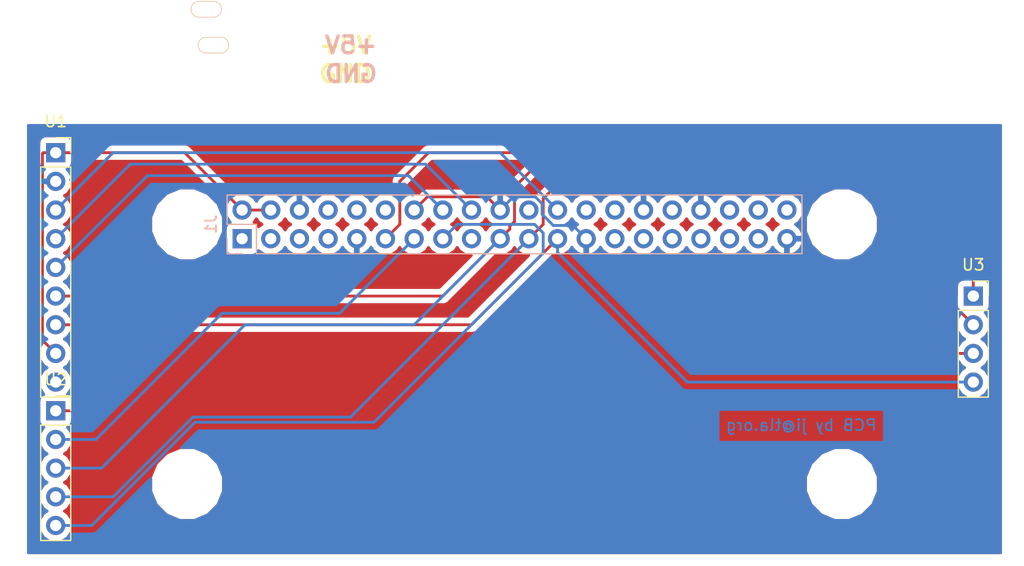
<source format=kicad_pcb>
(kicad_pcb (version 20171130) (host pcbnew 5.0.2-bee76a0~70~ubuntu18.04.1)

  (general
    (thickness 1.6)
    (drawings 9)
    (tracks 88)
    (zones 0)
    (modules 10)
    (nets 12)
  )

  (page A4)
  (layers
    (0 F.Cu signal)
    (31 B.Cu signal)
    (32 B.Adhes user)
    (33 F.Adhes user)
    (34 B.Paste user)
    (35 F.Paste user)
    (36 B.SilkS user)
    (37 F.SilkS user)
    (38 B.Mask user)
    (39 F.Mask user)
    (40 Dwgs.User user)
    (41 Cmts.User user)
    (42 Eco1.User user)
    (43 Eco2.User user)
    (44 Edge.Cuts user)
    (45 Margin user)
    (46 B.CrtYd user)
    (47 F.CrtYd user)
    (48 B.Fab user)
    (49 F.Fab user)
  )

  (setup
    (last_trace_width 0.25)
    (trace_clearance 0.2)
    (zone_clearance 0.508)
    (zone_45_only no)
    (trace_min 0.2)
    (segment_width 0.2)
    (edge_width 0.15)
    (via_size 0.8)
    (via_drill 0.4)
    (via_min_size 0.4)
    (via_min_drill 0.3)
    (uvia_size 0.3)
    (uvia_drill 0.1)
    (uvias_allowed no)
    (uvia_min_size 0.2)
    (uvia_min_drill 0.1)
    (pcb_text_width 0.3)
    (pcb_text_size 1.5 1.5)
    (mod_edge_width 0.15)
    (mod_text_size 1 1)
    (mod_text_width 0.15)
    (pad_size 1.7 1.7)
    (pad_drill 1)
    (pad_to_mask_clearance 0.051)
    (solder_mask_min_width 0.25)
    (aux_axis_origin 0 0)
    (visible_elements FFFFFF7F)
    (pcbplotparams
      (layerselection 0x010fc_ffffffff)
      (usegerberextensions false)
      (usegerberattributes false)
      (usegerberadvancedattributes false)
      (creategerberjobfile false)
      (excludeedgelayer true)
      (linewidth 0.100000)
      (plotframeref false)
      (viasonmask false)
      (mode 1)
      (useauxorigin false)
      (hpglpennumber 1)
      (hpglpenspeed 20)
      (hpglpendiameter 15.000000)
      (psnegative false)
      (psa4output false)
      (plotreference true)
      (plotvalue true)
      (plotinvisibletext false)
      (padsonsilk false)
      (subtractmaskfromsilk false)
      (outputformat 1)
      (mirror false)
      (drillshape 1)
      (scaleselection 1)
      (outputdirectory ""))
  )

  (net 0 "")
  (net 1 "Net-(J1-Pad2)")
  (net 2 GND)
  (net 3 /~SDCS)
  (net 4 /~TSCS)
  (net 5 /IRQ)
  (net 6 /D~C)
  (net 7 /RST)
  (net 8 /MOSI)
  (net 9 /MISO)
  (net 10 /SCLK)
  (net 11 /~CE0)

  (net_class Default "This is the default net class."
    (clearance 0.2)
    (trace_width 0.25)
    (via_dia 0.8)
    (via_drill 0.4)
    (uvia_dia 0.3)
    (uvia_drill 0.1)
    (add_net /D~C)
    (add_net /IRQ)
    (add_net /MISO)
    (add_net /MOSI)
    (add_net /RST)
    (add_net /SCLK)
    (add_net /~CE0)
    (add_net /~SDCS)
    (add_net /~TSCS)
    (add_net GND)
    (add_net "Net-(J1-Pad2)")
  )

  (module jicad:tiedown (layer F.Cu) (tedit 5C884763) (tstamp 5E607CEA)
    (at 115.57 41.275 90)
    (path /5C8C9487)
    (fp_text reference H1 (at 0.127 -3.937 90) (layer F.SilkS) hide
      (effects (font (size 1 1) (thickness 0.15)))
    )
    (fp_text value MountingHole (at 0 -2.667 90) (layer F.Fab) hide
      (effects (font (size 1 1) (thickness 0.15)))
    )
    (fp_arc (start 0 -0.65) (end -0.6982 -0.7) (angle 171.8) (layer B.SilkS) (width 0.05))
    (fp_arc (start 0 0.65) (end 0.6982 0.7) (angle 171.8) (layer B.SilkS) (width 0.05))
    (fp_line (start -0.6982 -0.7) (end -0.6982 0.7) (layer B.SilkS) (width 0.05))
    (fp_line (start 0.6982 -0.7) (end 0.6982 0.7) (layer B.SilkS) (width 0.05))
    (fp_arc (start 0 0.65) (end 0.6982 0.7) (angle 171.8) (layer F.SilkS) (width 0.05))
    (fp_line (start 0.6982 -0.7) (end 0.6982 0.7) (layer F.SilkS) (width 0.05))
    (fp_arc (start 0 -0.65) (end -0.6982 -0.7) (angle 171.8) (layer F.SilkS) (width 0.05))
    (fp_line (start -0.6982 -0.7) (end -0.6982 0.7) (layer F.SilkS) (width 0.05))
    (fp_line (start -0.8 -1.4) (end 0.8 -1.4) (layer F.CrtYd) (width 0.05))
    (fp_line (start 0.8 -1.4) (end 0.8 1.4) (layer F.CrtYd) (width 0.05))
    (fp_line (start 0.8 1.4) (end -0.8 1.4) (layer F.CrtYd) (width 0.05))
    (fp_line (start -0.8 1.4) (end -0.8 -1.4) (layer F.CrtYd) (width 0.05))
    (fp_line (start -0.8 -1.4) (end 0.8 -1.4) (layer B.CrtYd) (width 0.05))
    (fp_line (start 0.8 -1.4) (end 0.8 1.4) (layer B.CrtYd) (width 0.05))
    (fp_line (start 0.8 1.4) (end -0.8 1.4) (layer B.CrtYd) (width 0.05))
    (fp_line (start -0.8 1.4) (end -0.8 -1.4) (layer B.CrtYd) (width 0.05))
    (pad "" np_thru_hole oval (at 0 0 180) (size 2.6 1.3) (drill oval 2.6 1.3) (layers *.Cu *.Mask))
  )

  (module jicad:tiedown (layer F.Cu) (tedit 5C884763) (tstamp 5E607CD6)
    (at 114.935 38.1 90)
    (path /5C8C99EC)
    (fp_text reference H2 (at 0.127 -3.937 90) (layer F.SilkS) hide
      (effects (font (size 1 1) (thickness 0.15)))
    )
    (fp_text value MountingHole (at 0 -2.667 90) (layer F.Fab) hide
      (effects (font (size 1 1) (thickness 0.15)))
    )
    (fp_arc (start 0 -0.65) (end -0.6982 -0.7) (angle 171.8) (layer B.SilkS) (width 0.05))
    (fp_arc (start 0 0.65) (end 0.6982 0.7) (angle 171.8) (layer B.SilkS) (width 0.05))
    (fp_line (start -0.6982 -0.7) (end -0.6982 0.7) (layer B.SilkS) (width 0.05))
    (fp_line (start 0.6982 -0.7) (end 0.6982 0.7) (layer B.SilkS) (width 0.05))
    (fp_arc (start 0 0.65) (end 0.6982 0.7) (angle 171.8) (layer F.SilkS) (width 0.05))
    (fp_line (start 0.6982 -0.7) (end 0.6982 0.7) (layer F.SilkS) (width 0.05))
    (fp_arc (start 0 -0.65) (end -0.6982 -0.7) (angle 171.8) (layer F.SilkS) (width 0.05))
    (fp_line (start -0.6982 -0.7) (end -0.6982 0.7) (layer F.SilkS) (width 0.05))
    (fp_line (start -0.8 -1.4) (end 0.8 -1.4) (layer F.CrtYd) (width 0.05))
    (fp_line (start 0.8 -1.4) (end 0.8 1.4) (layer F.CrtYd) (width 0.05))
    (fp_line (start 0.8 1.4) (end -0.8 1.4) (layer F.CrtYd) (width 0.05))
    (fp_line (start -0.8 1.4) (end -0.8 -1.4) (layer F.CrtYd) (width 0.05))
    (fp_line (start -0.8 -1.4) (end 0.8 -1.4) (layer B.CrtYd) (width 0.05))
    (fp_line (start 0.8 -1.4) (end 0.8 1.4) (layer B.CrtYd) (width 0.05))
    (fp_line (start 0.8 1.4) (end -0.8 1.4) (layer B.CrtYd) (width 0.05))
    (fp_line (start -0.8 1.4) (end -0.8 -1.4) (layer B.CrtYd) (width 0.05))
    (pad "" np_thru_hole oval (at 0 0 180) (size 2.6 1.3) (drill oval 2.6 1.3) (layers *.Cu *.Mask))
  )

  (module RPi_Hat:RPi_Hat_Mounting_Hole locked (layer F.Cu) (tedit 55217CA2) (tstamp 5E607CCC)
    (at 113.24 57.15)
    (descr "Mounting hole, Befestigungsbohrung, 2,7mm, No Annular, Kein Restring,")
    (tags "Mounting hole, Befestigungsbohrung, 2,7mm, No Annular, Kein Restring,")
    (fp_text reference "" (at 0 -4.0005) (layer F.SilkS) hide
      (effects (font (size 1 1) (thickness 0.15)))
    )
    (fp_text value "" (at 0.09906 3.59918) (layer F.Fab) hide
      (effects (font (size 1 1) (thickness 0.15)))
    )
    (fp_circle (center 0 0) (end 1.375 0) (layer F.Fab) (width 0.15))
    (fp_circle (center 0 0) (end 3.1 0) (layer F.Fab) (width 0.15))
    (fp_circle (center 0 0) (end 3.1 0) (layer B.Fab) (width 0.15))
    (fp_circle (center 0 0) (end 1.375 0) (layer B.Fab) (width 0.15))
    (fp_circle (center 0 0) (end 3.1 0) (layer F.CrtYd) (width 0.15))
    (fp_circle (center 0 0) (end 3.1 0) (layer B.CrtYd) (width 0.15))
    (pad "" np_thru_hole circle (at 0 0) (size 2.75 2.75) (drill 2.75) (layers *.Cu *.Mask)
      (solder_mask_margin 1.725) (clearance 1.725))
  )

  (module RPi_Hat:RPi_Hat_Mounting_Hole locked (layer F.Cu) (tedit 55217CB9) (tstamp 5E607C43)
    (at 113.24 80.15)
    (descr "Mounting hole, Befestigungsbohrung, 2,7mm, No Annular, Kein Restring,")
    (tags "Mounting hole, Befestigungsbohrung, 2,7mm, No Annular, Kein Restring,")
    (fp_text reference "" (at 0 -4.0005) (layer F.SilkS) hide
      (effects (font (size 1 1) (thickness 0.15)))
    )
    (fp_text value "" (at 0.09906 3.59918) (layer F.Fab) hide
      (effects (font (size 1 1) (thickness 0.15)))
    )
    (fp_circle (center 0 0) (end 1.375 0) (layer F.Fab) (width 0.15))
    (fp_circle (center 0 0) (end 3.1 0) (layer F.Fab) (width 0.15))
    (fp_circle (center 0 0) (end 3.1 0) (layer B.Fab) (width 0.15))
    (fp_circle (center 0 0) (end 1.375 0) (layer B.Fab) (width 0.15))
    (fp_circle (center 0 0) (end 3.1 0) (layer F.CrtYd) (width 0.15))
    (fp_circle (center 0 0) (end 3.1 0) (layer B.CrtYd) (width 0.15))
    (pad "" np_thru_hole circle (at 0 0) (size 2.75 2.75) (drill 2.75) (layers *.Cu *.Mask)
      (solder_mask_margin 1.725) (clearance 1.725))
  )

  (module RPi_Hat:RPi_Hat_Mounting_Hole locked (layer F.Cu) (tedit 55217C7B) (tstamp 5E607BFE)
    (at 171.24 57.15)
    (descr "Mounting hole, Befestigungsbohrung, 2,7mm, No Annular, Kein Restring,")
    (tags "Mounting hole, Befestigungsbohrung, 2,7mm, No Annular, Kein Restring,")
    (fp_text reference "" (at 0 -4.0005) (layer F.SilkS) hide
      (effects (font (size 1 1) (thickness 0.15)))
    )
    (fp_text value "" (at 0.09906 3.59918) (layer F.Fab) hide
      (effects (font (size 1 1) (thickness 0.15)))
    )
    (fp_circle (center 0 0) (end 1.375 0) (layer F.Fab) (width 0.15))
    (fp_circle (center 0 0) (end 3.1 0) (layer F.Fab) (width 0.15))
    (fp_circle (center 0 0) (end 3.1 0) (layer B.Fab) (width 0.15))
    (fp_circle (center 0 0) (end 1.375 0) (layer B.Fab) (width 0.15))
    (fp_circle (center 0 0) (end 3.1 0) (layer F.CrtYd) (width 0.15))
    (fp_circle (center 0 0) (end 3.1 0) (layer B.CrtYd) (width 0.15))
    (pad "" np_thru_hole circle (at 0 0) (size 2.75 2.75) (drill 2.75) (layers *.Cu *.Mask)
      (solder_mask_margin 1.725) (clearance 1.725))
  )

  (module RPi_Hat:RPi_Hat_Mounting_Hole locked (layer F.Cu) (tedit 55217CCB) (tstamp 5E607BEF)
    (at 171.24 80.15)
    (descr "Mounting hole, Befestigungsbohrung, 2,7mm, No Annular, Kein Restring,")
    (tags "Mounting hole, Befestigungsbohrung, 2,7mm, No Annular, Kein Restring,")
    (fp_text reference "" (at 0 -4.0005) (layer F.SilkS) hide
      (effects (font (size 1 1) (thickness 0.15)))
    )
    (fp_text value "" (at 0.09906 3.59918) (layer F.Fab) hide
      (effects (font (size 1 1) (thickness 0.15)))
    )
    (fp_circle (center 0 0) (end 1.375 0) (layer F.Fab) (width 0.15))
    (fp_circle (center 0 0) (end 3.1 0) (layer F.Fab) (width 0.15))
    (fp_circle (center 0 0) (end 3.1 0) (layer B.Fab) (width 0.15))
    (fp_circle (center 0 0) (end 1.375 0) (layer B.Fab) (width 0.15))
    (fp_circle (center 0 0) (end 3.1 0) (layer F.CrtYd) (width 0.15))
    (fp_circle (center 0 0) (end 3.1 0) (layer B.CrtYd) (width 0.15))
    (pad "" np_thru_hole circle (at 0 0) (size 2.75 2.75) (drill 2.75) (layers *.Cu *.Mask)
      (solder_mask_margin 1.725) (clearance 1.725))
  )

  (module Connector_PinSocket_2.54mm:PinSocket_1x09_P2.54mm_Vertical (layer F.Cu) (tedit 5A19A431) (tstamp 5E6D2972)
    (at 101.6 50.8)
    (descr "Through hole straight socket strip, 1x09, 2.54mm pitch, single row (from Kicad 4.0.7), script generated")
    (tags "Through hole socket strip THT 1x09 2.54mm single row")
    (path /5E607651)
    (fp_text reference U1 (at 0 -2.77) (layer F.SilkS)
      (effects (font (size 1 1) (thickness 0.15)))
    )
    (fp_text value ILI9341-LCD (at 0 23.09) (layer F.Fab)
      (effects (font (size 1 1) (thickness 0.15)))
    )
    (fp_line (start -1.27 -1.27) (end 0.635 -1.27) (layer F.Fab) (width 0.1))
    (fp_line (start 0.635 -1.27) (end 1.27 -0.635) (layer F.Fab) (width 0.1))
    (fp_line (start 1.27 -0.635) (end 1.27 21.59) (layer F.Fab) (width 0.1))
    (fp_line (start 1.27 21.59) (end -1.27 21.59) (layer F.Fab) (width 0.1))
    (fp_line (start -1.27 21.59) (end -1.27 -1.27) (layer F.Fab) (width 0.1))
    (fp_line (start -1.33 1.27) (end 1.33 1.27) (layer F.SilkS) (width 0.12))
    (fp_line (start -1.33 1.27) (end -1.33 21.65) (layer F.SilkS) (width 0.12))
    (fp_line (start -1.33 21.65) (end 1.33 21.65) (layer F.SilkS) (width 0.12))
    (fp_line (start 1.33 1.27) (end 1.33 21.65) (layer F.SilkS) (width 0.12))
    (fp_line (start 1.33 -1.33) (end 1.33 0) (layer F.SilkS) (width 0.12))
    (fp_line (start 0 -1.33) (end 1.33 -1.33) (layer F.SilkS) (width 0.12))
    (fp_line (start -1.8 -1.8) (end 1.75 -1.8) (layer F.CrtYd) (width 0.05))
    (fp_line (start 1.75 -1.8) (end 1.75 22.1) (layer F.CrtYd) (width 0.05))
    (fp_line (start 1.75 22.1) (end -1.8 22.1) (layer F.CrtYd) (width 0.05))
    (fp_line (start -1.8 22.1) (end -1.8 -1.8) (layer F.CrtYd) (width 0.05))
    (fp_text user %R (at 0 10.16 90) (layer F.Fab)
      (effects (font (size 1 1) (thickness 0.15)))
    )
    (pad 1 thru_hole rect (at 0 0) (size 1.7 1.7) (drill 1) (layers *.Cu *.Mask)
      (net 1 "Net-(J1-Pad2)"))
    (pad 2 thru_hole oval (at 0 2.54) (size 1.7 1.7) (drill 1) (layers *.Cu *.Mask)
      (net 2 GND))
    (pad 3 thru_hole oval (at 0 5.08) (size 1.7 1.7) (drill 1) (layers *.Cu *.Mask)
      (net 11 /~CE0))
    (pad 4 thru_hole oval (at 0 7.62) (size 1.7 1.7) (drill 1) (layers *.Cu *.Mask)
      (net 7 /RST))
    (pad 5 thru_hole oval (at 0 10.16) (size 1.7 1.7) (drill 1) (layers *.Cu *.Mask)
      (net 6 /D~C))
    (pad 6 thru_hole oval (at 0 12.7) (size 1.7 1.7) (drill 1) (layers *.Cu *.Mask)
      (net 8 /MOSI))
    (pad 7 thru_hole oval (at 0 15.24) (size 1.7 1.7) (drill 1) (layers *.Cu *.Mask)
      (net 10 /SCLK))
    (pad 8 thru_hole oval (at 0 17.78) (size 1.7 1.7) (drill 1) (layers *.Cu *.Mask)
      (net 1 "Net-(J1-Pad2)"))
    (pad 9 thru_hole oval (at 0 20.32) (size 1.7 1.7) (drill 1) (layers *.Cu *.Mask))
    (model ${KISYS3DMOD}/Connector_PinSocket_2.54mm.3dshapes/PinSocket_1x09_P2.54mm_Vertical.wrl
      (at (xyz 0 0 0))
      (scale (xyz 1 1 1))
      (rotate (xyz 0 0 0))
    )
  )

  (module Connector_PinSocket_2.54mm:PinSocket_1x05_P2.54mm_Vertical (layer F.Cu) (tedit 5E6079B3) (tstamp 5E6D298B)
    (at 101.6 73.66)
    (descr "Through hole straight socket strip, 1x05, 2.54mm pitch, single row (from Kicad 4.0.7), script generated")
    (tags "Through hole socket strip THT 1x05 2.54mm single row")
    (path /5E6077AC)
    (fp_text reference U2 (at 0 -2.77) (layer F.SilkS)
      (effects (font (size 1 1) (thickness 0.15)))
    )
    (fp_text value ILI9341-TS (at 0 12.93) (layer F.Fab)
      (effects (font (size 1 1) (thickness 0.15)))
    )
    (fp_line (start -1.27 -1.27) (end 0.635 -1.27) (layer F.Fab) (width 0.1))
    (fp_line (start 0.635 -1.27) (end 1.27 -0.635) (layer F.Fab) (width 0.1))
    (fp_line (start 1.27 -0.635) (end 1.27 11.43) (layer F.Fab) (width 0.1))
    (fp_line (start 1.27 11.43) (end -1.27 11.43) (layer F.Fab) (width 0.1))
    (fp_line (start -1.27 11.43) (end -1.27 -1.27) (layer F.Fab) (width 0.1))
    (fp_line (start -1.33 1.27) (end 1.33 1.27) (layer F.SilkS) (width 0.12))
    (fp_line (start -1.33 1.27) (end -1.33 11.49) (layer F.SilkS) (width 0.12))
    (fp_line (start -1.33 11.49) (end 1.33 11.49) (layer F.SilkS) (width 0.12))
    (fp_line (start 1.33 1.27) (end 1.33 11.49) (layer F.SilkS) (width 0.12))
    (fp_line (start 1.33 -1.33) (end 1.33 0) (layer F.SilkS) (width 0.12))
    (fp_line (start 0 -1.33) (end 1.33 -1.33) (layer F.SilkS) (width 0.12))
    (fp_line (start -1.8 -1.8) (end 1.75 -1.8) (layer F.CrtYd) (width 0.05))
    (fp_line (start 1.75 -1.8) (end 1.75 11.9) (layer F.CrtYd) (width 0.05))
    (fp_line (start 1.75 11.9) (end -1.8 11.9) (layer F.CrtYd) (width 0.05))
    (fp_line (start -1.8 11.9) (end -1.8 -1.8) (layer F.CrtYd) (width 0.05))
    (fp_text user %R (at 0 5.08 90) (layer F.Fab)
      (effects (font (size 1 1) (thickness 0.15)))
    )
    (pad 10 thru_hole rect (at 0 0) (size 1.7 1.7) (drill 1) (layers *.Cu *.Mask)
      (net 10 /SCLK))
    (pad 11 thru_hole oval (at 0 2.54) (size 1.7 1.7) (drill 1) (layers *.Cu *.Mask)
      (net 4 /~TSCS))
    (pad 12 thru_hole oval (at 0 5.08) (size 1.7 1.7) (drill 1) (layers *.Cu *.Mask)
      (net 8 /MOSI))
    (pad 13 thru_hole oval (at 0 7.62) (size 1.7 1.7) (drill 1) (layers *.Cu *.Mask)
      (net 9 /MISO))
    (pad 14 thru_hole oval (at 0 10.16) (size 1.7 1.7) (drill 1) (layers *.Cu *.Mask)
      (net 5 /IRQ))
    (model ${KISYS3DMOD}/Connector_PinSocket_2.54mm.3dshapes/PinSocket_1x05_P2.54mm_Vertical.wrl
      (at (xyz 0 0 0))
      (scale (xyz 1 1 1))
      (rotate (xyz 0 0 0))
    )
  )

  (module Connector_PinSocket_2.54mm:PinSocket_1x04_P2.54mm_Vertical (layer F.Cu) (tedit 5A19A429) (tstamp 5E6D29A3)
    (at 182.88 63.5)
    (descr "Through hole straight socket strip, 1x04, 2.54mm pitch, single row (from Kicad 4.0.7), script generated")
    (tags "Through hole socket strip THT 1x04 2.54mm single row")
    (path /5E607723)
    (fp_text reference U3 (at 0 -2.77) (layer F.SilkS)
      (effects (font (size 1 1) (thickness 0.15)))
    )
    (fp_text value ILI9341-SD (at 0 10.39) (layer F.Fab)
      (effects (font (size 1 1) (thickness 0.15)))
    )
    (fp_line (start -1.27 -1.27) (end 0.635 -1.27) (layer F.Fab) (width 0.1))
    (fp_line (start 0.635 -1.27) (end 1.27 -0.635) (layer F.Fab) (width 0.1))
    (fp_line (start 1.27 -0.635) (end 1.27 8.89) (layer F.Fab) (width 0.1))
    (fp_line (start 1.27 8.89) (end -1.27 8.89) (layer F.Fab) (width 0.1))
    (fp_line (start -1.27 8.89) (end -1.27 -1.27) (layer F.Fab) (width 0.1))
    (fp_line (start -1.33 1.27) (end 1.33 1.27) (layer F.SilkS) (width 0.12))
    (fp_line (start -1.33 1.27) (end -1.33 8.95) (layer F.SilkS) (width 0.12))
    (fp_line (start -1.33 8.95) (end 1.33 8.95) (layer F.SilkS) (width 0.12))
    (fp_line (start 1.33 1.27) (end 1.33 8.95) (layer F.SilkS) (width 0.12))
    (fp_line (start 1.33 -1.33) (end 1.33 0) (layer F.SilkS) (width 0.12))
    (fp_line (start 0 -1.33) (end 1.33 -1.33) (layer F.SilkS) (width 0.12))
    (fp_line (start -1.8 -1.8) (end 1.75 -1.8) (layer F.CrtYd) (width 0.05))
    (fp_line (start 1.75 -1.8) (end 1.75 9.4) (layer F.CrtYd) (width 0.05))
    (fp_line (start 1.75 9.4) (end -1.8 9.4) (layer F.CrtYd) (width 0.05))
    (fp_line (start -1.8 9.4) (end -1.8 -1.8) (layer F.CrtYd) (width 0.05))
    (fp_text user %R (at 0 3.81 90) (layer F.Fab)
      (effects (font (size 1 1) (thickness 0.15)))
    )
    (pad 1 thru_hole rect (at 0 0) (size 1.7 1.7) (drill 1) (layers *.Cu *.Mask)
      (net 3 /~SDCS))
    (pad 2 thru_hole oval (at 0 2.54) (size 1.7 1.7) (drill 1) (layers *.Cu *.Mask)
      (net 8 /MOSI))
    (pad 3 thru_hole oval (at 0 5.08) (size 1.7 1.7) (drill 1) (layers *.Cu *.Mask)
      (net 9 /MISO))
    (pad 4 thru_hole oval (at 0 7.62) (size 1.7 1.7) (drill 1) (layers *.Cu *.Mask)
      (net 10 /SCLK))
    (model ${KISYS3DMOD}/Connector_PinSocket_2.54mm.3dshapes/PinSocket_1x04_P2.54mm_Vertical.wrl
      (at (xyz 0 0 0))
      (scale (xyz 1 1 1))
      (rotate (xyz 0 0 0))
    )
  )

  (module Connector_PinSocket_2.54mm:PinSocket_2x20_P2.54mm_Vertical (layer B.Cu) (tedit 5A19A433) (tstamp 5E6D2EC6)
    (at 118.11 58.42 270)
    (descr "Through hole straight socket strip, 2x20, 2.54mm pitch, double cols (from Kicad 4.0.7), script generated")
    (tags "Through hole socket strip THT 2x20 2.54mm double row")
    (path /5E6078DC)
    (fp_text reference J1 (at -1.27 2.77 270) (layer B.SilkS)
      (effects (font (size 1 1) (thickness 0.15)) (justify mirror))
    )
    (fp_text value RPi-Connector (at -1.27 -51.03 270) (layer B.Fab)
      (effects (font (size 1 1) (thickness 0.15)) (justify mirror))
    )
    (fp_line (start -3.81 1.27) (end 0.27 1.27) (layer B.Fab) (width 0.1))
    (fp_line (start 0.27 1.27) (end 1.27 0.27) (layer B.Fab) (width 0.1))
    (fp_line (start 1.27 0.27) (end 1.27 -49.53) (layer B.Fab) (width 0.1))
    (fp_line (start 1.27 -49.53) (end -3.81 -49.53) (layer B.Fab) (width 0.1))
    (fp_line (start -3.81 -49.53) (end -3.81 1.27) (layer B.Fab) (width 0.1))
    (fp_line (start -3.87 1.33) (end -1.27 1.33) (layer B.SilkS) (width 0.12))
    (fp_line (start -3.87 1.33) (end -3.87 -49.59) (layer B.SilkS) (width 0.12))
    (fp_line (start -3.87 -49.59) (end 1.33 -49.59) (layer B.SilkS) (width 0.12))
    (fp_line (start 1.33 -1.27) (end 1.33 -49.59) (layer B.SilkS) (width 0.12))
    (fp_line (start -1.27 -1.27) (end 1.33 -1.27) (layer B.SilkS) (width 0.12))
    (fp_line (start -1.27 1.33) (end -1.27 -1.27) (layer B.SilkS) (width 0.12))
    (fp_line (start 1.33 1.33) (end 1.33 0) (layer B.SilkS) (width 0.12))
    (fp_line (start 0 1.33) (end 1.33 1.33) (layer B.SilkS) (width 0.12))
    (fp_line (start -4.34 1.8) (end 1.76 1.8) (layer B.CrtYd) (width 0.05))
    (fp_line (start 1.76 1.8) (end 1.76 -50) (layer B.CrtYd) (width 0.05))
    (fp_line (start 1.76 -50) (end -4.34 -50) (layer B.CrtYd) (width 0.05))
    (fp_line (start -4.34 -50) (end -4.34 1.8) (layer B.CrtYd) (width 0.05))
    (fp_text user %R (at -1.27 -24.13 180) (layer B.Fab)
      (effects (font (size 1 1) (thickness 0.15)) (justify mirror))
    )
    (pad 1 thru_hole rect (at 0 0 270) (size 1.7 1.7) (drill 1) (layers *.Cu *.Mask))
    (pad 2 thru_hole oval (at -2.54 0 270) (size 1.7 1.7) (drill 1) (layers *.Cu *.Mask)
      (net 1 "Net-(J1-Pad2)"))
    (pad 3 thru_hole oval (at 0 -2.54 270) (size 1.7 1.7) (drill 1) (layers *.Cu *.Mask))
    (pad 4 thru_hole oval (at -2.54 -2.54 270) (size 1.7 1.7) (drill 1) (layers *.Cu *.Mask)
      (net 1 "Net-(J1-Pad2)"))
    (pad 5 thru_hole oval (at 0 -5.08 270) (size 1.7 1.7) (drill 1) (layers *.Cu *.Mask))
    (pad 6 thru_hole oval (at -2.54 -5.08 270) (size 1.7 1.7) (drill 1) (layers *.Cu *.Mask)
      (net 2 GND))
    (pad 7 thru_hole oval (at 0 -7.62 270) (size 1.7 1.7) (drill 1) (layers *.Cu *.Mask))
    (pad 8 thru_hole oval (at -2.54 -7.62 270) (size 1.7 1.7) (drill 1) (layers *.Cu *.Mask))
    (pad 9 thru_hole oval (at 0 -10.16 270) (size 1.7 1.7) (drill 1) (layers *.Cu *.Mask)
      (net 2 GND))
    (pad 10 thru_hole oval (at -2.54 -10.16 270) (size 1.7 1.7) (drill 1) (layers *.Cu *.Mask))
    (pad 11 thru_hole oval (at 0 -12.7 270) (size 1.7 1.7) (drill 1) (layers *.Cu *.Mask)
      (net 3 /~SDCS))
    (pad 12 thru_hole oval (at -2.54 -12.7 270) (size 1.7 1.7) (drill 1) (layers *.Cu *.Mask))
    (pad 13 thru_hole oval (at 0 -15.24 270) (size 1.7 1.7) (drill 1) (layers *.Cu *.Mask)
      (net 4 /~TSCS))
    (pad 14 thru_hole oval (at -2.54 -15.24 270) (size 1.7 1.7) (drill 1) (layers *.Cu *.Mask)
      (net 2 GND))
    (pad 15 thru_hole oval (at 0 -17.78 270) (size 1.7 1.7) (drill 1) (layers *.Cu *.Mask)
      (net 5 /IRQ))
    (pad 16 thru_hole oval (at -2.54 -17.78 270) (size 1.7 1.7) (drill 1) (layers *.Cu *.Mask)
      (net 6 /D~C))
    (pad 17 thru_hole oval (at 0 -20.32 270) (size 1.7 1.7) (drill 1) (layers *.Cu *.Mask))
    (pad 18 thru_hole oval (at -2.54 -20.32 270) (size 1.7 1.7) (drill 1) (layers *.Cu *.Mask)
      (net 7 /RST))
    (pad 19 thru_hole oval (at 0 -22.86 270) (size 1.7 1.7) (drill 1) (layers *.Cu *.Mask)
      (net 8 /MOSI))
    (pad 20 thru_hole oval (at -2.54 -22.86 270) (size 1.7 1.7) (drill 1) (layers *.Cu *.Mask)
      (net 2 GND))
    (pad 21 thru_hole oval (at 0 -25.4 270) (size 1.7 1.7) (drill 1) (layers *.Cu *.Mask)
      (net 9 /MISO))
    (pad 22 thru_hole oval (at -2.54 -25.4 270) (size 1.7 1.7) (drill 1) (layers *.Cu *.Mask))
    (pad 23 thru_hole oval (at 0 -27.94 270) (size 1.7 1.7) (drill 1) (layers *.Cu *.Mask)
      (net 10 /SCLK))
    (pad 24 thru_hole oval (at -2.54 -27.94 270) (size 1.7 1.7) (drill 1) (layers *.Cu *.Mask)
      (net 11 /~CE0))
    (pad 25 thru_hole oval (at 0 -30.48 270) (size 1.7 1.7) (drill 1) (layers *.Cu *.Mask)
      (net 2 GND))
    (pad 26 thru_hole oval (at -2.54 -30.48 270) (size 1.7 1.7) (drill 1) (layers *.Cu *.Mask))
    (pad 27 thru_hole oval (at 0 -33.02 270) (size 1.7 1.7) (drill 1) (layers *.Cu *.Mask))
    (pad 28 thru_hole oval (at -2.54 -33.02 270) (size 1.7 1.7) (drill 1) (layers *.Cu *.Mask))
    (pad 29 thru_hole oval (at 0 -35.56 270) (size 1.7 1.7) (drill 1) (layers *.Cu *.Mask))
    (pad 30 thru_hole oval (at -2.54 -35.56 270) (size 1.7 1.7) (drill 1) (layers *.Cu *.Mask)
      (net 2 GND))
    (pad 31 thru_hole oval (at 0 -38.1 270) (size 1.7 1.7) (drill 1) (layers *.Cu *.Mask))
    (pad 32 thru_hole oval (at -2.54 -38.1 270) (size 1.7 1.7) (drill 1) (layers *.Cu *.Mask))
    (pad 33 thru_hole oval (at 0 -40.64 270) (size 1.7 1.7) (drill 1) (layers *.Cu *.Mask))
    (pad 34 thru_hole oval (at -2.54 -40.64 270) (size 1.7 1.7) (drill 1) (layers *.Cu *.Mask)
      (net 2 GND))
    (pad 35 thru_hole oval (at 0 -43.18 270) (size 1.7 1.7) (drill 1) (layers *.Cu *.Mask))
    (pad 36 thru_hole oval (at -2.54 -43.18 270) (size 1.7 1.7) (drill 1) (layers *.Cu *.Mask))
    (pad 37 thru_hole oval (at 0 -45.72 270) (size 1.7 1.7) (drill 1) (layers *.Cu *.Mask))
    (pad 38 thru_hole oval (at -2.54 -45.72 270) (size 1.7 1.7) (drill 1) (layers *.Cu *.Mask))
    (pad 39 thru_hole oval (at 0 -48.26 270) (size 1.7 1.7) (drill 1) (layers *.Cu *.Mask)
      (net 2 GND))
    (pad 40 thru_hole oval (at -2.54 -48.26 270) (size 1.7 1.7) (drill 1) (layers *.Cu *.Mask))
    (model ${KISYS3DMOD}/Connector_PinSocket_2.54mm.3dshapes/PinSocket_2x20_P2.54mm_Vertical.wrl
      (at (xyz 0 0 0))
      (scale (xyz 1 1 1))
      (rotate (xyz 0 0 0))
    )
  )

  (gr_text +5V (at 127.762 41.275) (layer B.SilkS) (tstamp 5E607C98)
    (effects (font (size 1.5 1.5) (thickness 0.3)) (justify mirror))
  )
  (gr_text +5V (at 127.254 41.275) (layer F.SilkS) (tstamp 5E607C97)
    (effects (font (size 1.5 1.5) (thickness 0.3)))
  )
  (gr_text GND (at 127.254 43.815) (layer F.SilkS) (tstamp 5E607C96)
    (effects (font (size 1.5 1.5) (thickness 0.3)))
  )
  (gr_text GND (at 127.762 43.815) (layer B.SilkS) (tstamp 5E607C95)
    (effects (font (size 1.5 1.5) (thickness 0.3)) (justify mirror))
  )
  (gr_text "PCB by ji@tla.org" (at 167.64 74.93) (layer B.Cu) (tstamp 5E607C94)
    (effects (font (size 1 1) (thickness 0.15)) (justify mirror))
  )
  (gr_line (start 168.7 66.04) (end 168.7 60.96) (layer F.CrtYd) (width 0.2) (tstamp 5E607BFD))
  (gr_line (start 173.78 66.04) (end 168.7 66.04) (layer F.CrtYd) (width 0.2) (tstamp 5E607BFC))
  (gr_line (start 173.78 60.96) (end 173.78 66.04) (layer F.CrtYd) (width 0.2) (tstamp 5E607BFB))
  (gr_line (start 168.7 60.96) (end 173.78 60.96) (layer F.CrtYd) (width 0.2) (tstamp 5E607BFA))

  (segment (start 120.65 55.88) (end 118.11 55.88) (width 0.25) (layer F.Cu) (net 1))
  (segment (start 113.03 50.8) (end 101.6 50.8) (width 0.25) (layer F.Cu) (net 1))
  (segment (start 118.11 55.88) (end 113.03 50.8) (width 0.25) (layer F.Cu) (net 1))
  (segment (start 100.424999 67.404999) (end 100.750001 67.730001) (width 0.25) (layer F.Cu) (net 1))
  (segment (start 100.424999 50.875001) (end 100.424999 67.404999) (width 0.25) (layer F.Cu) (net 1))
  (segment (start 100.750001 67.730001) (end 101.6 68.58) (width 0.25) (layer F.Cu) (net 1))
  (segment (start 100.5 50.8) (end 100.424999 50.875001) (width 0.25) (layer F.Cu) (net 1))
  (segment (start 101.6 50.8) (end 100.5 50.8) (width 0.25) (layer F.Cu) (net 1))
  (segment (start 140.120001 55.030001) (end 140.97 55.88) (width 0.25) (layer F.Cu) (net 2))
  (segment (start 139.794999 54.704999) (end 140.120001 55.030001) (width 0.25) (layer F.Cu) (net 2))
  (segment (start 134.525001 54.704999) (end 139.794999 54.704999) (width 0.25) (layer F.Cu) (net 2))
  (segment (start 133.35 55.88) (end 134.525001 54.704999) (width 0.25) (layer F.Cu) (net 2))
  (segment (start 141.819999 55.030001) (end 140.97 55.88) (width 0.25) (layer B.Cu) (net 2))
  (segment (start 142.145001 54.704999) (end 141.819999 55.030001) (width 0.25) (layer B.Cu) (net 2))
  (segment (start 144.074001 54.704999) (end 142.145001 54.704999) (width 0.25) (layer B.Cu) (net 2))
  (segment (start 144.685001 55.315999) (end 144.074001 54.704999) (width 0.25) (layer B.Cu) (net 2))
  (segment (start 144.685001 56.254003) (end 144.685001 55.315999) (width 0.25) (layer B.Cu) (net 2))
  (segment (start 145.675997 57.244999) (end 144.685001 56.254003) (width 0.25) (layer B.Cu) (net 2))
  (segment (start 147.414999 57.244999) (end 145.675997 57.244999) (width 0.25) (layer B.Cu) (net 2))
  (segment (start 148.59 58.42) (end 147.414999 57.244999) (width 0.25) (layer B.Cu) (net 2))
  (segment (start 182.88 58.928) (end 182.88 63.5) (width 0.25) (layer F.Cu) (net 3))
  (segment (start 174.752 50.8) (end 182.88 58.928) (width 0.25) (layer F.Cu) (net 3))
  (segment (start 134.62 50.8) (end 174.752 50.8) (width 0.25) (layer F.Cu) (net 3))
  (segment (start 130.81 58.42) (end 132.08 57.15) (width 0.25) (layer F.Cu) (net 3))
  (segment (start 132.08 53.34) (end 134.62 50.8) (width 0.25) (layer F.Cu) (net 3))
  (segment (start 132.08 57.15) (end 132.08 53.34) (width 0.25) (layer F.Cu) (net 3))
  (segment (start 101.6 76.2) (end 105.156 76.2) (width 0.25) (layer B.Cu) (net 4))
  (segment (start 105.156 76.2) (end 116.332 65.024) (width 0.25) (layer B.Cu) (net 4))
  (segment (start 126.746 65.024) (end 133.35 58.42) (width 0.25) (layer B.Cu) (net 4))
  (segment (start 116.332 65.024) (end 126.746 65.024) (width 0.25) (layer B.Cu) (net 4))
  (segment (start 136.739999 57.570001) (end 135.89 58.42) (width 0.25) (layer B.Cu) (net 5))
  (segment (start 137.16 57.15) (end 136.739999 57.570001) (width 0.25) (layer B.Cu) (net 5))
  (segment (start 144.018 57.15) (end 137.16 57.15) (width 0.25) (layer B.Cu) (net 5))
  (segment (start 104.796998 83.82) (end 113.940998 74.676) (width 0.25) (layer B.Cu) (net 5))
  (segment (start 113.940998 74.676) (end 129.794 74.676) (width 0.25) (layer B.Cu) (net 5))
  (segment (start 144.78 57.912) (end 144.018 57.15) (width 0.25) (layer B.Cu) (net 5))
  (segment (start 101.6 83.82) (end 104.796998 83.82) (width 0.25) (layer B.Cu) (net 5))
  (segment (start 129.794 74.676) (end 144.78 59.69) (width 0.25) (layer B.Cu) (net 5))
  (segment (start 144.78 59.69) (end 144.78 57.912) (width 0.25) (layer B.Cu) (net 5))
  (segment (start 109.728 52.832) (end 101.6 60.96) (width 0.25) (layer B.Cu) (net 6))
  (segment (start 135.89 55.88) (end 132.842 52.832) (width 0.25) (layer B.Cu) (net 6))
  (segment (start 132.842 52.832) (end 109.728 52.832) (width 0.25) (layer B.Cu) (net 6))
  (segment (start 134.366 51.816) (end 138.43 55.88) (width 0.25) (layer B.Cu) (net 7))
  (segment (start 101.6 58.42) (end 108.204 51.816) (width 0.25) (layer B.Cu) (net 7))
  (segment (start 108.204 51.816) (end 134.366 51.816) (width 0.25) (layer B.Cu) (net 7))
  (segment (start 135.89 63.5) (end 101.6 63.5) (width 0.25) (layer F.Cu) (net 8))
  (segment (start 140.97 58.42) (end 135.89 63.5) (width 0.25) (layer F.Cu) (net 8))
  (segment (start 178.816 61.976) (end 182.88 66.04) (width 0.25) (layer F.Cu) (net 8))
  (segment (start 178.816 57.404) (end 178.816 61.976) (width 0.25) (layer F.Cu) (net 8))
  (segment (start 173.228 51.816) (end 178.816 57.404) (width 0.25) (layer F.Cu) (net 8))
  (segment (start 142.24 56.896) (end 142.24 53.848) (width 0.25) (layer F.Cu) (net 8))
  (segment (start 140.97 58.42) (end 141.819999 57.570001) (width 0.25) (layer F.Cu) (net 8))
  (segment (start 141.819999 57.570001) (end 141.819999 57.316001) (width 0.25) (layer F.Cu) (net 8))
  (segment (start 141.819999 57.316001) (end 142.24 56.896) (width 0.25) (layer F.Cu) (net 8))
  (segment (start 142.24 53.848) (end 144.272 51.816) (width 0.25) (layer F.Cu) (net 8))
  (segment (start 144.272 51.816) (end 173.228 51.816) (width 0.25) (layer F.Cu) (net 8))
  (segment (start 133.35 66.04) (end 140.120001 59.269999) (width 0.25) (layer B.Cu) (net 8))
  (segment (start 105.664 78.74) (end 118.364 66.04) (width 0.25) (layer B.Cu) (net 8))
  (segment (start 118.364 66.04) (end 133.35 66.04) (width 0.25) (layer B.Cu) (net 8))
  (segment (start 140.120001 59.269999) (end 140.97 58.42) (width 0.25) (layer B.Cu) (net 8))
  (segment (start 101.6 78.74) (end 105.664 78.74) (width 0.25) (layer B.Cu) (net 8))
  (segment (start 175.768 65.024) (end 179.324 68.58) (width 0.25) (layer F.Cu) (net 9))
  (segment (start 143.51 58.42) (end 144.78 57.15) (width 0.25) (layer F.Cu) (net 9))
  (segment (start 146.812 52.832) (end 172.72 52.832) (width 0.25) (layer F.Cu) (net 9))
  (segment (start 172.72 52.832) (end 175.768 55.88) (width 0.25) (layer F.Cu) (net 9))
  (segment (start 144.78 57.15) (end 144.78 54.864) (width 0.25) (layer F.Cu) (net 9))
  (segment (start 144.78 54.864) (end 146.812 52.832) (width 0.25) (layer F.Cu) (net 9))
  (segment (start 179.324 68.58) (end 182.88 68.58) (width 0.25) (layer F.Cu) (net 9))
  (segment (start 175.768 55.88) (end 175.768 65.024) (width 0.25) (layer F.Cu) (net 9))
  (segment (start 127.704011 74.225989) (end 142.660001 59.269999) (width 0.25) (layer B.Cu) (net 9))
  (segment (start 113.754598 74.225989) (end 127.704011 74.225989) (width 0.25) (layer B.Cu) (net 9))
  (segment (start 142.660001 59.269999) (end 143.51 58.42) (width 0.25) (layer B.Cu) (net 9))
  (segment (start 101.6 81.28) (end 106.700588 81.28) (width 0.25) (layer B.Cu) (net 9))
  (segment (start 106.700588 81.28) (end 113.754598 74.225989) (width 0.25) (layer B.Cu) (net 9))
  (segment (start 145.200001 59.269999) (end 146.05 58.42) (width 0.25) (layer F.Cu) (net 10))
  (segment (start 138.43 66.04) (end 145.200001 59.269999) (width 0.25) (layer F.Cu) (net 10))
  (segment (start 101.6 73.66) (end 104.648 73.66) (width 0.25) (layer F.Cu) (net 10))
  (segment (start 107.188 71.12) (end 107.188 66.04) (width 0.25) (layer F.Cu) (net 10))
  (segment (start 104.648 73.66) (end 107.188 71.12) (width 0.25) (layer F.Cu) (net 10))
  (segment (start 101.6 66.04) (end 107.188 66.04) (width 0.25) (layer F.Cu) (net 10))
  (segment (start 107.188 66.04) (end 138.43 66.04) (width 0.25) (layer F.Cu) (net 10))
  (segment (start 181.677919 71.12) (end 182.88 71.12) (width 0.25) (layer B.Cu) (net 10))
  (segment (start 157.547919 71.12) (end 181.677919 71.12) (width 0.25) (layer B.Cu) (net 10))
  (segment (start 146.05 59.622081) (end 157.547919 71.12) (width 0.25) (layer B.Cu) (net 10))
  (segment (start 146.05 58.42) (end 146.05 59.622081) (width 0.25) (layer B.Cu) (net 10))
  (segment (start 101.6 55.88) (end 106.68 50.8) (width 0.25) (layer B.Cu) (net 11))
  (segment (start 140.97 50.8) (end 146.05 55.88) (width 0.25) (layer B.Cu) (net 11))
  (segment (start 106.68 50.8) (end 140.97 50.8) (width 0.25) (layer B.Cu) (net 11))

  (zone (net 0) (net_name "") (layer F.Cu) (tstamp 5E607C09) (hatch edge 0.508)
    (connect_pads (clearance 0.508))
    (min_thickness 0.254)
    (fill yes (arc_segments 16) (thermal_gap 0.508) (thermal_bridge_width 0.508))
    (polygon
      (pts
        (xy 99.06 48.26) (xy 99.06 86.36) (xy 185.42 86.36) (xy 185.42 48.26)
      )
    )
    (filled_polygon
      (pts
        (xy 185.293 86.233) (xy 99.187 86.233) (xy 99.187 50.875001) (xy 99.650111 50.875001) (xy 99.664999 50.949848)
        (xy 99.665 67.330147) (xy 99.650111 67.404999) (xy 99.665 67.479851) (xy 99.709096 67.701536) (xy 99.877071 67.952928)
        (xy 99.940527 67.995328) (xy 100.158791 68.213592) (xy 100.085908 68.58) (xy 100.201161 69.159418) (xy 100.529375 69.650625)
        (xy 100.827761 69.85) (xy 100.529375 70.049375) (xy 100.201161 70.540582) (xy 100.085908 71.12) (xy 100.201161 71.699418)
        (xy 100.529375 72.190625) (xy 100.547619 72.202816) (xy 100.502235 72.211843) (xy 100.292191 72.352191) (xy 100.151843 72.562235)
        (xy 100.10256 72.81) (xy 100.10256 74.51) (xy 100.151843 74.757765) (xy 100.292191 74.967809) (xy 100.502235 75.108157)
        (xy 100.547619 75.117184) (xy 100.529375 75.129375) (xy 100.201161 75.620582) (xy 100.085908 76.2) (xy 100.201161 76.779418)
        (xy 100.529375 77.270625) (xy 100.827761 77.47) (xy 100.529375 77.669375) (xy 100.201161 78.160582) (xy 100.085908 78.74)
        (xy 100.201161 79.319418) (xy 100.529375 79.810625) (xy 100.827761 80.01) (xy 100.529375 80.209375) (xy 100.201161 80.700582)
        (xy 100.085908 81.28) (xy 100.201161 81.859418) (xy 100.529375 82.350625) (xy 100.827761 82.55) (xy 100.529375 82.749375)
        (xy 100.201161 83.240582) (xy 100.085908 83.82) (xy 100.201161 84.399418) (xy 100.529375 84.890625) (xy 101.020582 85.218839)
        (xy 101.453744 85.305) (xy 101.746256 85.305) (xy 102.179418 85.218839) (xy 102.670625 84.890625) (xy 102.998839 84.399418)
        (xy 103.114092 83.82) (xy 102.998839 83.240582) (xy 102.670625 82.749375) (xy 102.372239 82.55) (xy 102.670625 82.350625)
        (xy 102.998839 81.859418) (xy 103.114092 81.28) (xy 102.998839 80.700582) (xy 102.670625 80.209375) (xy 102.372239 80.01)
        (xy 102.670625 79.810625) (xy 102.872759 79.50811) (xy 110.013 79.50811) (xy 110.013 80.79189) (xy 110.504281 81.977949)
        (xy 111.412051 82.885719) (xy 112.59811 83.377) (xy 113.88189 83.377) (xy 115.067949 82.885719) (xy 115.975719 81.977949)
        (xy 116.467 80.79189) (xy 116.467 79.50811) (xy 168.013 79.50811) (xy 168.013 80.79189) (xy 168.504281 81.977949)
        (xy 169.412051 82.885719) (xy 170.59811 83.377) (xy 171.88189 83.377) (xy 173.067949 82.885719) (xy 173.975719 81.977949)
        (xy 174.467 80.79189) (xy 174.467 79.50811) (xy 173.975719 78.322051) (xy 173.067949 77.414281) (xy 171.88189 76.923)
        (xy 170.59811 76.923) (xy 169.412051 77.414281) (xy 168.504281 78.322051) (xy 168.013 79.50811) (xy 116.467 79.50811)
        (xy 115.975719 78.322051) (xy 115.067949 77.414281) (xy 113.88189 76.923) (xy 112.59811 76.923) (xy 111.412051 77.414281)
        (xy 110.504281 78.322051) (xy 110.013 79.50811) (xy 102.872759 79.50811) (xy 102.998839 79.319418) (xy 103.114092 78.74)
        (xy 102.998839 78.160582) (xy 102.670625 77.669375) (xy 102.372239 77.47) (xy 102.670625 77.270625) (xy 102.998839 76.779418)
        (xy 103.114092 76.2) (xy 102.998839 75.620582) (xy 102.670625 75.129375) (xy 102.652381 75.117184) (xy 102.697765 75.108157)
        (xy 102.907809 74.967809) (xy 103.048157 74.757765) (xy 103.09744 74.51) (xy 103.09744 74.42) (xy 104.573153 74.42)
        (xy 104.648 74.434888) (xy 104.722847 74.42) (xy 104.722852 74.42) (xy 104.944537 74.375904) (xy 105.195929 74.207929)
        (xy 105.238331 74.14447) (xy 107.672476 71.710327) (xy 107.735929 71.667929) (xy 107.778327 71.604476) (xy 107.778329 71.604474)
        (xy 107.903903 71.416538) (xy 107.903904 71.416537) (xy 107.948 71.194852) (xy 107.948 71.194848) (xy 107.962888 71.120001)
        (xy 107.948 71.045154) (xy 107.948 66.8) (xy 138.355153 66.8) (xy 138.43 66.814888) (xy 138.504847 66.8)
        (xy 138.504852 66.8) (xy 138.726537 66.755904) (xy 138.977929 66.587929) (xy 139.020331 66.52447) (xy 145.683593 59.861209)
        (xy 145.903744 59.905) (xy 146.196256 59.905) (xy 146.629418 59.818839) (xy 147.120625 59.490625) (xy 147.32 59.192239)
        (xy 147.519375 59.490625) (xy 148.010582 59.818839) (xy 148.443744 59.905) (xy 148.736256 59.905) (xy 149.169418 59.818839)
        (xy 149.660625 59.490625) (xy 149.86 59.192239) (xy 150.059375 59.490625) (xy 150.550582 59.818839) (xy 150.983744 59.905)
        (xy 151.276256 59.905) (xy 151.709418 59.818839) (xy 152.200625 59.490625) (xy 152.4 59.192239) (xy 152.599375 59.490625)
        (xy 153.090582 59.818839) (xy 153.523744 59.905) (xy 153.816256 59.905) (xy 154.249418 59.818839) (xy 154.740625 59.490625)
        (xy 154.94 59.192239) (xy 155.139375 59.490625) (xy 155.630582 59.818839) (xy 156.063744 59.905) (xy 156.356256 59.905)
        (xy 156.789418 59.818839) (xy 157.280625 59.490625) (xy 157.48 59.192239) (xy 157.679375 59.490625) (xy 158.170582 59.818839)
        (xy 158.603744 59.905) (xy 158.896256 59.905) (xy 159.329418 59.818839) (xy 159.820625 59.490625) (xy 160.02 59.192239)
        (xy 160.219375 59.490625) (xy 160.710582 59.818839) (xy 161.143744 59.905) (xy 161.436256 59.905) (xy 161.869418 59.818839)
        (xy 162.360625 59.490625) (xy 162.56 59.192239) (xy 162.759375 59.490625) (xy 163.250582 59.818839) (xy 163.683744 59.905)
        (xy 163.976256 59.905) (xy 164.409418 59.818839) (xy 164.900625 59.490625) (xy 165.1 59.192239) (xy 165.299375 59.490625)
        (xy 165.790582 59.818839) (xy 166.223744 59.905) (xy 166.516256 59.905) (xy 166.949418 59.818839) (xy 167.440625 59.490625)
        (xy 167.768839 58.999418) (xy 167.884092 58.42) (xy 167.768839 57.840582) (xy 167.440625 57.349375) (xy 167.142239 57.15)
        (xy 167.440625 56.950625) (xy 167.736304 56.50811) (xy 168.013 56.50811) (xy 168.013 57.79189) (xy 168.504281 58.977949)
        (xy 169.412051 59.885719) (xy 170.59811 60.377) (xy 171.88189 60.377) (xy 173.067949 59.885719) (xy 173.975719 58.977949)
        (xy 174.467 57.79189) (xy 174.467 56.50811) (xy 173.975719 55.322051) (xy 173.067949 54.414281) (xy 171.88189 53.923)
        (xy 170.59811 53.923) (xy 169.412051 54.414281) (xy 168.504281 55.322051) (xy 168.013 56.50811) (xy 167.736304 56.50811)
        (xy 167.768839 56.459418) (xy 167.884092 55.88) (xy 167.768839 55.300582) (xy 167.440625 54.809375) (xy 166.949418 54.481161)
        (xy 166.516256 54.395) (xy 166.223744 54.395) (xy 165.790582 54.481161) (xy 165.299375 54.809375) (xy 165.1 55.107761)
        (xy 164.900625 54.809375) (xy 164.409418 54.481161) (xy 163.976256 54.395) (xy 163.683744 54.395) (xy 163.250582 54.481161)
        (xy 162.759375 54.809375) (xy 162.56 55.107761) (xy 162.360625 54.809375) (xy 161.869418 54.481161) (xy 161.436256 54.395)
        (xy 161.143744 54.395) (xy 160.710582 54.481161) (xy 160.219375 54.809375) (xy 160.02 55.107761) (xy 159.820625 54.809375)
        (xy 159.329418 54.481161) (xy 158.896256 54.395) (xy 158.603744 54.395) (xy 158.170582 54.481161) (xy 157.679375 54.809375)
        (xy 157.48 55.107761) (xy 157.280625 54.809375) (xy 156.789418 54.481161) (xy 156.356256 54.395) (xy 156.063744 54.395)
        (xy 155.630582 54.481161) (xy 155.139375 54.809375) (xy 154.94 55.107761) (xy 154.740625 54.809375) (xy 154.249418 54.481161)
        (xy 153.816256 54.395) (xy 153.523744 54.395) (xy 153.090582 54.481161) (xy 152.599375 54.809375) (xy 152.4 55.107761)
        (xy 152.200625 54.809375) (xy 151.709418 54.481161) (xy 151.276256 54.395) (xy 150.983744 54.395) (xy 150.550582 54.481161)
        (xy 150.059375 54.809375) (xy 149.86 55.107761) (xy 149.660625 54.809375) (xy 149.169418 54.481161) (xy 148.736256 54.395)
        (xy 148.443744 54.395) (xy 148.010582 54.481161) (xy 147.519375 54.809375) (xy 147.32 55.107761) (xy 147.120625 54.809375)
        (xy 146.629418 54.481161) (xy 146.30264 54.416161) (xy 147.126802 53.592) (xy 172.405199 53.592) (xy 175.008 56.194802)
        (xy 175.008001 64.949148) (xy 174.993112 65.024) (xy 175.052097 65.320537) (xy 175.166713 65.492071) (xy 175.220072 65.571929)
        (xy 175.283528 65.614329) (xy 178.733673 69.064476) (xy 178.776071 69.127929) (xy 178.839524 69.170327) (xy 178.839526 69.170329)
        (xy 178.964902 69.254102) (xy 179.027463 69.295904) (xy 179.249148 69.34) (xy 179.249152 69.34) (xy 179.323999 69.354888)
        (xy 179.398846 69.34) (xy 181.601822 69.34) (xy 181.809375 69.650625) (xy 182.107761 69.85) (xy 181.809375 70.049375)
        (xy 181.481161 70.540582) (xy 181.365908 71.12) (xy 181.481161 71.699418) (xy 181.809375 72.190625) (xy 182.300582 72.518839)
        (xy 182.733744 72.605) (xy 183.026256 72.605) (xy 183.459418 72.518839) (xy 183.950625 72.190625) (xy 184.278839 71.699418)
        (xy 184.394092 71.12) (xy 184.278839 70.540582) (xy 183.950625 70.049375) (xy 183.652239 69.85) (xy 183.950625 69.650625)
        (xy 184.278839 69.159418) (xy 184.394092 68.58) (xy 184.278839 68.000582) (xy 183.950625 67.509375) (xy 183.652239 67.31)
        (xy 183.950625 67.110625) (xy 184.278839 66.619418) (xy 184.394092 66.04) (xy 184.278839 65.460582) (xy 183.950625 64.969375)
        (xy 183.932381 64.957184) (xy 183.977765 64.948157) (xy 184.187809 64.807809) (xy 184.328157 64.597765) (xy 184.37744 64.35)
        (xy 184.37744 62.65) (xy 184.328157 62.402235) (xy 184.187809 62.192191) (xy 183.977765 62.051843) (xy 183.73 62.00256)
        (xy 183.64 62.00256) (xy 183.64 59.002848) (xy 183.654888 58.928) (xy 183.64 58.853152) (xy 183.64 58.853148)
        (xy 183.595904 58.631463) (xy 183.595904 58.631462) (xy 183.470329 58.443527) (xy 183.427929 58.380071) (xy 183.364473 58.337671)
        (xy 175.342331 50.31553) (xy 175.299929 50.252071) (xy 175.048537 50.084096) (xy 174.826852 50.04) (xy 174.826847 50.04)
        (xy 174.752 50.025112) (xy 174.677153 50.04) (xy 134.694846 50.04) (xy 134.619999 50.025112) (xy 134.545152 50.04)
        (xy 134.545148 50.04) (xy 134.323463 50.084096) (xy 134.260902 50.125898) (xy 134.135526 50.209671) (xy 134.135524 50.209673)
        (xy 134.072071 50.252071) (xy 134.029673 50.315524) (xy 131.595528 52.749671) (xy 131.532072 52.792071) (xy 131.489672 52.855527)
        (xy 131.489671 52.855528) (xy 131.364097 53.043463) (xy 131.305112 53.34) (xy 131.320001 53.414852) (xy 131.320001 54.467353)
        (xy 130.956256 54.395) (xy 130.663744 54.395) (xy 130.230582 54.481161) (xy 129.739375 54.809375) (xy 129.54 55.107761)
        (xy 129.340625 54.809375) (xy 128.849418 54.481161) (xy 128.416256 54.395) (xy 128.123744 54.395) (xy 127.690582 54.481161)
        (xy 127.199375 54.809375) (xy 127 55.107761) (xy 126.800625 54.809375) (xy 126.309418 54.481161) (xy 125.876256 54.395)
        (xy 125.583744 54.395) (xy 125.150582 54.481161) (xy 124.659375 54.809375) (xy 124.46 55.107761) (xy 124.260625 54.809375)
        (xy 123.769418 54.481161) (xy 123.336256 54.395) (xy 123.043744 54.395) (xy 122.610582 54.481161) (xy 122.119375 54.809375)
        (xy 121.92 55.107761) (xy 121.720625 54.809375) (xy 121.229418 54.481161) (xy 120.796256 54.395) (xy 120.503744 54.395)
        (xy 120.070582 54.481161) (xy 119.579375 54.809375) (xy 119.38 55.107761) (xy 119.180625 54.809375) (xy 118.689418 54.481161)
        (xy 118.256256 54.395) (xy 117.963744 54.395) (xy 117.743593 54.438791) (xy 113.620331 50.31553) (xy 113.577929 50.252071)
        (xy 113.326537 50.084096) (xy 113.104852 50.04) (xy 113.104847 50.04) (xy 113.03 50.025112) (xy 112.955153 50.04)
        (xy 103.09744 50.04) (xy 103.09744 49.95) (xy 103.048157 49.702235) (xy 102.907809 49.492191) (xy 102.697765 49.351843)
        (xy 102.45 49.30256) (xy 100.75 49.30256) (xy 100.502235 49.351843) (xy 100.292191 49.492191) (xy 100.151843 49.702235)
        (xy 100.10256 49.95) (xy 100.10256 50.151517) (xy 99.952071 50.252071) (xy 99.92203 50.297031) (xy 99.87707 50.327072)
        (xy 99.709095 50.578465) (xy 99.664999 50.80015) (xy 99.664999 50.800154) (xy 99.650111 50.875001) (xy 99.187 50.875001)
        (xy 99.187 48.387) (xy 185.293 48.387)
      )
    )
    (filled_polygon
      (pts
        (xy 106.428 70.805197) (xy 104.333199 72.9) (xy 103.09744 72.9) (xy 103.09744 72.81) (xy 103.048157 72.562235)
        (xy 102.907809 72.352191) (xy 102.697765 72.211843) (xy 102.652381 72.202816) (xy 102.670625 72.190625) (xy 102.998839 71.699418)
        (xy 103.114092 71.12) (xy 102.998839 70.540582) (xy 102.670625 70.049375) (xy 102.372239 69.85) (xy 102.670625 69.650625)
        (xy 102.998839 69.159418) (xy 103.114092 68.58) (xy 102.998839 68.000582) (xy 102.670625 67.509375) (xy 102.372239 67.31)
        (xy 102.670625 67.110625) (xy 102.878178 66.8) (xy 106.428001 66.8)
      )
    )
    (filled_polygon
      (pts
        (xy 178.056 57.718803) (xy 178.056001 61.901148) (xy 178.041112 61.976) (xy 178.100097 62.272537) (xy 178.186759 62.402235)
        (xy 178.268072 62.523929) (xy 178.331528 62.566329) (xy 181.438791 65.673592) (xy 181.365908 66.04) (xy 181.481161 66.619418)
        (xy 181.809375 67.110625) (xy 182.107761 67.31) (xy 181.809375 67.509375) (xy 181.601822 67.82) (xy 179.638803 67.82)
        (xy 176.528 64.709199) (xy 176.528 56.190802)
      )
    )
    (filled_polygon
      (pts
        (xy 142.439375 59.490625) (xy 142.930582 59.818839) (xy 143.363744 59.905) (xy 143.490198 59.905) (xy 138.115199 65.28)
        (xy 107.262852 65.28) (xy 107.188 65.265111) (xy 107.113148 65.28) (xy 102.878178 65.28) (xy 102.670625 64.969375)
        (xy 102.372239 64.77) (xy 102.670625 64.570625) (xy 102.878178 64.26) (xy 135.815153 64.26) (xy 135.89 64.274888)
        (xy 135.964847 64.26) (xy 135.964852 64.26) (xy 136.186537 64.215904) (xy 136.437929 64.047929) (xy 136.480331 63.98447)
        (xy 140.603593 59.861209) (xy 140.823744 59.905) (xy 141.116256 59.905) (xy 141.549418 59.818839) (xy 142.040625 59.490625)
        (xy 142.24 59.192239)
      )
    )
    (filled_polygon
      (pts
        (xy 182.12 59.242802) (xy 182.120001 62.00256) (xy 182.03 62.00256) (xy 181.782235 62.051843) (xy 181.572191 62.192191)
        (xy 181.431843 62.402235) (xy 181.38256 62.65) (xy 181.38256 63.467759) (xy 179.576 61.661199) (xy 179.576 57.478846)
        (xy 179.590888 57.403999) (xy 179.576 57.329152) (xy 179.576 57.329148) (xy 179.531904 57.107463) (xy 179.481263 57.031673)
        (xy 179.406329 56.919526) (xy 179.406327 56.919524) (xy 179.363929 56.856071) (xy 179.300476 56.813673) (xy 174.046801 51.56)
        (xy 174.437199 51.56)
      )
    )
    (filled_polygon
      (pts
        (xy 116.668791 55.513593) (xy 116.595908 55.88) (xy 116.711161 56.459418) (xy 117.039375 56.950625) (xy 117.057619 56.962816)
        (xy 117.012235 56.971843) (xy 116.959215 57.00727) (xy 116.900301 57.031673) (xy 116.855209 57.076765) (xy 116.802191 57.112191)
        (xy 116.766764 57.165211) (xy 116.721673 57.210302) (xy 116.697271 57.269214) (xy 116.661843 57.322235) (xy 116.649403 57.384778)
        (xy 116.625 57.443691) (xy 116.625 57.507459) (xy 116.61256 57.57) (xy 116.61256 59.27) (xy 116.625 59.332541)
        (xy 116.625 59.396309) (xy 116.649403 59.455222) (xy 116.661843 59.517765) (xy 116.697271 59.570786) (xy 116.721673 59.629698)
        (xy 116.766764 59.674789) (xy 116.802191 59.727809) (xy 116.855209 59.763235) (xy 116.900301 59.808327) (xy 116.959215 59.83273)
        (xy 117.012235 59.868157) (xy 117.074776 59.880597) (xy 117.13369 59.905) (xy 117.197459 59.905) (xy 117.26 59.91744)
        (xy 118.96 59.91744) (xy 119.022541 59.905) (xy 119.08631 59.905) (xy 119.145224 59.880597) (xy 119.207765 59.868157)
        (xy 119.260785 59.83273) (xy 119.319699 59.808327) (xy 119.364791 59.763235) (xy 119.417809 59.727809) (xy 119.453236 59.674789)
        (xy 119.498327 59.629698) (xy 119.522729 59.570786) (xy 119.558157 59.517765) (xy 119.567184 59.472381) (xy 119.579375 59.490625)
        (xy 120.070582 59.818839) (xy 120.503744 59.905) (xy 120.796256 59.905) (xy 121.229418 59.818839) (xy 121.720625 59.490625)
        (xy 121.92 59.192239) (xy 122.119375 59.490625) (xy 122.610582 59.818839) (xy 123.043744 59.905) (xy 123.336256 59.905)
        (xy 123.769418 59.818839) (xy 124.260625 59.490625) (xy 124.46 59.192239) (xy 124.659375 59.490625) (xy 125.150582 59.818839)
        (xy 125.583744 59.905) (xy 125.876256 59.905) (xy 126.309418 59.818839) (xy 126.800625 59.490625) (xy 127 59.192239)
        (xy 127.199375 59.490625) (xy 127.690582 59.818839) (xy 128.123744 59.905) (xy 128.416256 59.905) (xy 128.849418 59.818839)
        (xy 129.340625 59.490625) (xy 129.54 59.192239) (xy 129.739375 59.490625) (xy 130.230582 59.818839) (xy 130.663744 59.905)
        (xy 130.956256 59.905) (xy 131.389418 59.818839) (xy 131.880625 59.490625) (xy 132.08 59.192239) (xy 132.279375 59.490625)
        (xy 132.770582 59.818839) (xy 133.203744 59.905) (xy 133.496256 59.905) (xy 133.929418 59.818839) (xy 134.420625 59.490625)
        (xy 134.62 59.192239) (xy 134.819375 59.490625) (xy 135.310582 59.818839) (xy 135.743744 59.905) (xy 136.036256 59.905)
        (xy 136.469418 59.818839) (xy 136.960625 59.490625) (xy 137.16 59.192239) (xy 137.359375 59.490625) (xy 137.850582 59.818839)
        (xy 138.283744 59.905) (xy 138.410198 59.905) (xy 135.575199 62.74) (xy 102.878178 62.74) (xy 102.670625 62.429375)
        (xy 102.372239 62.23) (xy 102.670625 62.030625) (xy 102.998839 61.539418) (xy 103.114092 60.96) (xy 102.998839 60.380582)
        (xy 102.670625 59.889375) (xy 102.372239 59.69) (xy 102.670625 59.490625) (xy 102.998839 58.999418) (xy 103.114092 58.42)
        (xy 102.998839 57.840582) (xy 102.670625 57.349375) (xy 102.372239 57.15) (xy 102.670625 56.950625) (xy 102.966304 56.50811)
        (xy 110.013 56.50811) (xy 110.013 57.79189) (xy 110.504281 58.977949) (xy 111.412051 59.885719) (xy 112.59811 60.377)
        (xy 113.88189 60.377) (xy 115.067949 59.885719) (xy 115.975719 58.977949) (xy 116.467 57.79189) (xy 116.467 56.50811)
        (xy 115.975719 55.322051) (xy 115.067949 54.414281) (xy 113.88189 53.923) (xy 112.59811 53.923) (xy 111.412051 54.414281)
        (xy 110.504281 55.322051) (xy 110.013 56.50811) (xy 102.966304 56.50811) (xy 102.998839 56.459418) (xy 103.114092 55.88)
        (xy 102.998839 55.300582) (xy 102.670625 54.809375) (xy 102.372239 54.61) (xy 102.670625 54.410625) (xy 102.998839 53.919418)
        (xy 103.114092 53.34) (xy 102.998839 52.760582) (xy 102.670625 52.269375) (xy 102.652381 52.257184) (xy 102.697765 52.248157)
        (xy 102.907809 52.107809) (xy 103.048157 51.897765) (xy 103.09744 51.65) (xy 103.09744 51.56) (xy 112.715199 51.56)
      )
    )
    (filled_polygon
      (pts
        (xy 122.119375 56.950625) (xy 122.417761 57.15) (xy 122.119375 57.349375) (xy 121.92 57.647761) (xy 121.720625 57.349375)
        (xy 121.422239 57.15) (xy 121.720625 56.950625) (xy 121.92 56.652239)
      )
    )
    (filled_polygon
      (pts
        (xy 157.679375 56.950625) (xy 157.977761 57.15) (xy 157.679375 57.349375) (xy 157.48 57.647761) (xy 157.280625 57.349375)
        (xy 156.982239 57.15) (xy 157.280625 56.950625) (xy 157.48 56.652239)
      )
    )
    (filled_polygon
      (pts
        (xy 134.819375 56.950625) (xy 135.117761 57.15) (xy 134.819375 57.349375) (xy 134.62 57.647761) (xy 134.420625 57.349375)
        (xy 134.122239 57.15) (xy 134.420625 56.950625) (xy 134.62 56.652239)
      )
    )
    (filled_polygon
      (pts
        (xy 129.739375 56.950625) (xy 130.037761 57.15) (xy 129.739375 57.349375) (xy 129.54 57.647761) (xy 129.340625 57.349375)
        (xy 129.042239 57.15) (xy 129.340625 56.950625) (xy 129.54 56.652239)
      )
    )
    (filled_polygon
      (pts
        (xy 127.199375 56.950625) (xy 127.497761 57.15) (xy 127.199375 57.349375) (xy 127 57.647761) (xy 126.800625 57.349375)
        (xy 126.502239 57.15) (xy 126.800625 56.950625) (xy 127 56.652239)
      )
    )
    (filled_polygon
      (pts
        (xy 147.519375 56.950625) (xy 147.817761 57.15) (xy 147.519375 57.349375) (xy 147.32 57.647761) (xy 147.120625 57.349375)
        (xy 146.822239 57.15) (xy 147.120625 56.950625) (xy 147.32 56.652239)
      )
    )
    (filled_polygon
      (pts
        (xy 139.899375 56.950625) (xy 140.197761 57.15) (xy 139.899375 57.349375) (xy 139.7 57.647761) (xy 139.500625 57.349375)
        (xy 139.202239 57.15) (xy 139.500625 56.950625) (xy 139.7 56.652239)
      )
    )
    (filled_polygon
      (pts
        (xy 124.659375 56.950625) (xy 124.957761 57.15) (xy 124.659375 57.349375) (xy 124.46 57.647761) (xy 124.260625 57.349375)
        (xy 123.962239 57.15) (xy 124.260625 56.950625) (xy 124.46 56.652239)
      )
    )
    (filled_polygon
      (pts
        (xy 162.759375 56.950625) (xy 163.057761 57.15) (xy 162.759375 57.349375) (xy 162.56 57.647761) (xy 162.360625 57.349375)
        (xy 162.062239 57.15) (xy 162.360625 56.950625) (xy 162.56 56.652239)
      )
    )
    (filled_polygon
      (pts
        (xy 137.359375 56.950625) (xy 137.657761 57.15) (xy 137.359375 57.349375) (xy 137.16 57.647761) (xy 136.960625 57.349375)
        (xy 136.662239 57.15) (xy 136.960625 56.950625) (xy 137.16 56.652239)
      )
    )
    (filled_polygon
      (pts
        (xy 150.059375 56.950625) (xy 150.357761 57.15) (xy 150.059375 57.349375) (xy 149.86 57.647761) (xy 149.660625 57.349375)
        (xy 149.362239 57.15) (xy 149.660625 56.950625) (xy 149.86 56.652239)
      )
    )
    (filled_polygon
      (pts
        (xy 152.599375 56.950625) (xy 152.897761 57.15) (xy 152.599375 57.349375) (xy 152.4 57.647761) (xy 152.200625 57.349375)
        (xy 151.902239 57.15) (xy 152.200625 56.950625) (xy 152.4 56.652239)
      )
    )
    (filled_polygon
      (pts
        (xy 155.139375 56.950625) (xy 155.437761 57.15) (xy 155.139375 57.349375) (xy 154.94 57.647761) (xy 154.740625 57.349375)
        (xy 154.442239 57.15) (xy 154.740625 56.950625) (xy 154.94 56.652239)
      )
    )
    (filled_polygon
      (pts
        (xy 165.299375 56.950625) (xy 165.597761 57.15) (xy 165.299375 57.349375) (xy 165.1 57.647761) (xy 164.900625 57.349375)
        (xy 164.602239 57.15) (xy 164.900625 56.950625) (xy 165.1 56.652239)
      )
    )
    (filled_polygon
      (pts
        (xy 160.219375 56.950625) (xy 160.517761 57.15) (xy 160.219375 57.349375) (xy 160.02 57.647761) (xy 159.820625 57.349375)
        (xy 159.522239 57.15) (xy 159.820625 56.950625) (xy 160.02 56.652239)
      )
    )
    (filled_polygon
      (pts
        (xy 119.579375 56.950625) (xy 119.877761 57.15) (xy 119.579375 57.349375) (xy 119.567184 57.367619) (xy 119.558157 57.322235)
        (xy 119.522729 57.269214) (xy 119.498327 57.210302) (xy 119.453236 57.165211) (xy 119.417809 57.112191) (xy 119.364791 57.076765)
        (xy 119.319699 57.031673) (xy 119.260785 57.00727) (xy 119.207765 56.971843) (xy 119.162381 56.962816) (xy 119.180625 56.950625)
        (xy 119.38 56.652239)
      )
    )
    (filled_polygon
      (pts
        (xy 144.295528 54.273671) (xy 144.232072 54.316071) (xy 144.189672 54.379527) (xy 144.189671 54.379528) (xy 144.111779 54.496102)
        (xy 144.089418 54.481161) (xy 143.656256 54.395) (xy 143.363744 54.395) (xy 143 54.467353) (xy 143 54.162801)
        (xy 144.586802 52.576) (xy 145.993198 52.576)
      )
    )
    (filled_polygon
      (pts
        (xy 141.755528 53.257671) (xy 141.692072 53.300071) (xy 141.649672 53.363527) (xy 141.649671 53.363528) (xy 141.524097 53.551463)
        (xy 141.465112 53.848) (xy 141.480001 53.922852) (xy 141.480001 54.467353) (xy 141.116256 54.395) (xy 140.823744 54.395)
        (xy 140.603592 54.438791) (xy 140.38533 54.220529) (xy 140.342928 54.15707) (xy 140.091536 53.989095) (xy 139.869851 53.944999)
        (xy 139.869846 53.944999) (xy 139.794999 53.930111) (xy 139.720152 53.944999) (xy 134.599847 53.944999) (xy 134.525 53.930111)
        (xy 134.450153 53.944999) (xy 134.450149 53.944999) (xy 134.228464 53.989095) (xy 134.228462 53.989096) (xy 134.228463 53.989096)
        (xy 134.040527 54.11467) (xy 134.040525 54.114672) (xy 133.977072 54.15707) (xy 133.934674 54.220523) (xy 133.716407 54.438791)
        (xy 133.496256 54.395) (xy 133.203744 54.395) (xy 132.84 54.467353) (xy 132.84 53.654801) (xy 134.934803 51.56)
        (xy 143.453198 51.56)
      )
    )
  )
  (zone (net 2) (net_name GND) (layer B.Cu) (tstamp 5E6D5FDE) (hatch edge 0.508)
    (connect_pads (clearance 0.508))
    (min_thickness 0.254)
    (fill yes (arc_segments 16) (thermal_gap 0.508) (thermal_bridge_width 0.508))
    (polygon
      (pts
        (xy 99.06 48.26) (xy 99.06 86.36) (xy 185.42 86.36) (xy 185.42 48.26)
      )
    )
    (filled_polygon
      (pts
        (xy 185.293 86.233) (xy 99.187 86.233) (xy 99.187 55.88) (xy 100.085908 55.88) (xy 100.201161 56.459418)
        (xy 100.529375 56.950625) (xy 100.827761 57.15) (xy 100.529375 57.349375) (xy 100.201161 57.840582) (xy 100.085908 58.42)
        (xy 100.201161 58.999418) (xy 100.529375 59.490625) (xy 100.827761 59.69) (xy 100.529375 59.889375) (xy 100.201161 60.380582)
        (xy 100.085908 60.96) (xy 100.201161 61.539418) (xy 100.529375 62.030625) (xy 100.827761 62.23) (xy 100.529375 62.429375)
        (xy 100.201161 62.920582) (xy 100.085908 63.5) (xy 100.201161 64.079418) (xy 100.529375 64.570625) (xy 100.827761 64.77)
        (xy 100.529375 64.969375) (xy 100.201161 65.460582) (xy 100.085908 66.04) (xy 100.201161 66.619418) (xy 100.529375 67.110625)
        (xy 100.827761 67.31) (xy 100.529375 67.509375) (xy 100.201161 68.000582) (xy 100.085908 68.58) (xy 100.201161 69.159418)
        (xy 100.529375 69.650625) (xy 100.827761 69.85) (xy 100.529375 70.049375) (xy 100.201161 70.540582) (xy 100.085908 71.12)
        (xy 100.201161 71.699418) (xy 100.529375 72.190625) (xy 100.547619 72.202816) (xy 100.502235 72.211843) (xy 100.292191 72.352191)
        (xy 100.151843 72.562235) (xy 100.10256 72.81) (xy 100.10256 74.51) (xy 100.151843 74.757765) (xy 100.292191 74.967809)
        (xy 100.502235 75.108157) (xy 100.547619 75.117184) (xy 100.529375 75.129375) (xy 100.201161 75.620582) (xy 100.085908 76.2)
        (xy 100.201161 76.779418) (xy 100.529375 77.270625) (xy 100.827761 77.47) (xy 100.529375 77.669375) (xy 100.201161 78.160582)
        (xy 100.085908 78.74) (xy 100.201161 79.319418) (xy 100.529375 79.810625) (xy 100.827761 80.01) (xy 100.529375 80.209375)
        (xy 100.201161 80.700582) (xy 100.085908 81.28) (xy 100.201161 81.859418) (xy 100.529375 82.350625) (xy 100.827761 82.55)
        (xy 100.529375 82.749375) (xy 100.201161 83.240582) (xy 100.085908 83.82) (xy 100.201161 84.399418) (xy 100.529375 84.890625)
        (xy 101.020582 85.218839) (xy 101.453744 85.305) (xy 101.746256 85.305) (xy 102.179418 85.218839) (xy 102.670625 84.890625)
        (xy 102.878178 84.58) (xy 104.722151 84.58) (xy 104.796998 84.594888) (xy 104.871845 84.58) (xy 104.87185 84.58)
        (xy 105.093535 84.535904) (xy 105.344927 84.367929) (xy 105.387329 84.30447) (xy 110.013 79.6788) (xy 110.013 80.79189)
        (xy 110.504281 81.977949) (xy 111.412051 82.885719) (xy 112.59811 83.377) (xy 113.88189 83.377) (xy 115.067949 82.885719)
        (xy 115.975719 81.977949) (xy 116.467 80.79189) (xy 116.467 79.50811) (xy 168.013 79.50811) (xy 168.013 80.79189)
        (xy 168.504281 81.977949) (xy 169.412051 82.885719) (xy 170.59811 83.377) (xy 171.88189 83.377) (xy 173.067949 82.885719)
        (xy 173.975719 81.977949) (xy 174.467 80.79189) (xy 174.467 79.50811) (xy 173.975719 78.322051) (xy 173.067949 77.414281)
        (xy 171.88189 76.923) (xy 170.59811 76.923) (xy 169.412051 77.414281) (xy 168.504281 78.322051) (xy 168.013 79.50811)
        (xy 116.467 79.50811) (xy 115.975719 78.322051) (xy 115.067949 77.414281) (xy 113.88189 76.923) (xy 112.7688 76.923)
        (xy 114.2558 75.436) (xy 129.719153 75.436) (xy 129.794 75.450888) (xy 129.868847 75.436) (xy 129.868852 75.436)
        (xy 130.090537 75.391904) (xy 130.341929 75.223929) (xy 130.384331 75.16047) (xy 132.007301 73.5375) (xy 160.263334 73.5375)
        (xy 160.263334 76.4575) (xy 175.016667 76.4575) (xy 175.016667 73.5375) (xy 160.263334 73.5375) (xy 132.007301 73.5375)
        (xy 145.264476 60.280327) (xy 145.327929 60.237929) (xy 145.370327 60.174476) (xy 145.370329 60.174474) (xy 145.437692 60.073658)
        (xy 145.502072 60.17001) (xy 145.565528 60.21241) (xy 156.95759 71.604473) (xy 156.99999 71.667929) (xy 157.251382 71.835904)
        (xy 157.473067 71.88) (xy 157.473072 71.88) (xy 157.547919 71.894888) (xy 157.622766 71.88) (xy 181.601822 71.88)
        (xy 181.809375 72.190625) (xy 182.300582 72.518839) (xy 182.733744 72.605) (xy 183.026256 72.605) (xy 183.459418 72.518839)
        (xy 183.950625 72.190625) (xy 184.278839 71.699418) (xy 184.394092 71.12) (xy 184.278839 70.540582) (xy 183.950625 70.049375)
        (xy 183.652239 69.85) (xy 183.950625 69.650625) (xy 184.278839 69.159418) (xy 184.394092 68.58) (xy 184.278839 68.000582)
        (xy 183.950625 67.509375) (xy 183.652239 67.31) (xy 183.950625 67.110625) (xy 184.278839 66.619418) (xy 184.394092 66.04)
        (xy 184.278839 65.460582) (xy 183.950625 64.969375) (xy 183.932381 64.957184) (xy 183.977765 64.948157) (xy 184.187809 64.807809)
        (xy 184.328157 64.597765) (xy 184.37744 64.35) (xy 184.37744 62.65) (xy 184.328157 62.402235) (xy 184.187809 62.192191)
        (xy 183.977765 62.051843) (xy 183.73 62.00256) (xy 182.03 62.00256) (xy 181.782235 62.051843) (xy 181.572191 62.192191)
        (xy 181.431843 62.402235) (xy 181.38256 62.65) (xy 181.38256 64.35) (xy 181.431843 64.597765) (xy 181.572191 64.807809)
        (xy 181.782235 64.948157) (xy 181.827619 64.957184) (xy 181.809375 64.969375) (xy 181.481161 65.460582) (xy 181.365908 66.04)
        (xy 181.481161 66.619418) (xy 181.809375 67.110625) (xy 182.107761 67.31) (xy 181.809375 67.509375) (xy 181.481161 68.000582)
        (xy 181.365908 68.58) (xy 181.481161 69.159418) (xy 181.809375 69.650625) (xy 182.107761 69.85) (xy 181.809375 70.049375)
        (xy 181.601822 70.36) (xy 157.862721 70.36) (xy 147.044326 59.541606) (xy 147.120625 59.490625) (xy 147.333843 59.171522)
        (xy 147.394817 59.301358) (xy 147.823076 59.691645) (xy 148.23311 59.861476) (xy 148.463 59.740155) (xy 148.463 58.547)
        (xy 148.443 58.547) (xy 148.443 58.293) (xy 148.463 58.293) (xy 148.463 58.273) (xy 148.717 58.273)
        (xy 148.717 58.293) (xy 148.737 58.293) (xy 148.737 58.547) (xy 148.717 58.547) (xy 148.717 59.740155)
        (xy 148.94689 59.861476) (xy 149.356924 59.691645) (xy 149.785183 59.301358) (xy 149.846157 59.171522) (xy 150.059375 59.490625)
        (xy 150.550582 59.818839) (xy 150.983744 59.905) (xy 151.276256 59.905) (xy 151.709418 59.818839) (xy 152.200625 59.490625)
        (xy 152.4 59.192239) (xy 152.599375 59.490625) (xy 153.090582 59.818839) (xy 153.523744 59.905) (xy 153.816256 59.905)
        (xy 154.249418 59.818839) (xy 154.740625 59.490625) (xy 154.94 59.192239) (xy 155.139375 59.490625) (xy 155.630582 59.818839)
        (xy 156.063744 59.905) (xy 156.356256 59.905) (xy 156.789418 59.818839) (xy 157.280625 59.490625) (xy 157.48 59.192239)
        (xy 157.679375 59.490625) (xy 158.170582 59.818839) (xy 158.603744 59.905) (xy 158.896256 59.905) (xy 159.329418 59.818839)
        (xy 159.820625 59.490625) (xy 160.02 59.192239) (xy 160.219375 59.490625) (xy 160.710582 59.818839) (xy 161.143744 59.905)
        (xy 161.436256 59.905) (xy 161.869418 59.818839) (xy 162.360625 59.490625) (xy 162.56 59.192239) (xy 162.759375 59.490625)
        (xy 163.250582 59.818839) (xy 163.683744 59.905) (xy 163.976256 59.905) (xy 164.409418 59.818839) (xy 164.900625 59.490625)
        (xy 165.113843 59.171522) (xy 165.174817 59.301358) (xy 165.603076 59.691645) (xy 166.01311 59.861476) (xy 166.243 59.740155)
        (xy 166.243 58.547) (xy 166.497 58.547) (xy 166.497 59.740155) (xy 166.72689 59.861476) (xy 167.136924 59.691645)
        (xy 167.565183 59.301358) (xy 167.811486 58.776892) (xy 167.690819 58.547) (xy 166.497 58.547) (xy 166.243 58.547)
        (xy 166.223 58.547) (xy 166.223 58.293) (xy 166.243 58.293) (xy 166.243 58.273) (xy 166.497 58.273)
        (xy 166.497 58.293) (xy 167.690819 58.293) (xy 167.811486 58.063108) (xy 167.565183 57.538642) (xy 167.140214 57.151353)
        (xy 167.440625 56.950625) (xy 167.736304 56.50811) (xy 168.013 56.50811) (xy 168.013 57.79189) (xy 168.504281 58.977949)
        (xy 169.412051 59.885719) (xy 170.59811 60.377) (xy 171.88189 60.377) (xy 173.067949 59.885719) (xy 173.975719 58.977949)
        (xy 174.467 57.79189) (xy 174.467 56.50811) (xy 173.975719 55.322051) (xy 173.067949 54.414281) (xy 171.88189 53.923)
        (xy 170.59811 53.923) (xy 169.412051 54.414281) (xy 168.504281 55.322051) (xy 168.013 56.50811) (xy 167.736304 56.50811)
        (xy 167.768839 56.459418) (xy 167.884092 55.88) (xy 167.768839 55.300582) (xy 167.440625 54.809375) (xy 166.949418 54.481161)
        (xy 166.516256 54.395) (xy 166.223744 54.395) (xy 165.790582 54.481161) (xy 165.299375 54.809375) (xy 165.1 55.107761)
        (xy 164.900625 54.809375) (xy 164.409418 54.481161) (xy 163.976256 54.395) (xy 163.683744 54.395) (xy 163.250582 54.481161)
        (xy 162.759375 54.809375) (xy 162.56 55.107761) (xy 162.360625 54.809375) (xy 161.869418 54.481161) (xy 161.436256 54.395)
        (xy 161.143744 54.395) (xy 160.710582 54.481161) (xy 160.219375 54.809375) (xy 160.006157 55.128478) (xy 159.945183 54.998642)
        (xy 159.516924 54.608355) (xy 159.10689 54.438524) (xy 158.877 54.559845) (xy 158.877 55.753) (xy 158.897 55.753)
        (xy 158.897 56.007) (xy 158.877 56.007) (xy 158.877 56.027) (xy 158.623 56.027) (xy 158.623 56.007)
        (xy 158.603 56.007) (xy 158.603 55.753) (xy 158.623 55.753) (xy 158.623 54.559845) (xy 158.39311 54.438524)
        (xy 157.983076 54.608355) (xy 157.554817 54.998642) (xy 157.493843 55.128478) (xy 157.280625 54.809375) (xy 156.789418 54.481161)
        (xy 156.356256 54.395) (xy 156.063744 54.395) (xy 155.630582 54.481161) (xy 155.139375 54.809375) (xy 154.926157 55.128478)
        (xy 154.865183 54.998642) (xy 154.436924 54.608355) (xy 154.02689 54.438524) (xy 153.797 54.559845) (xy 153.797 55.753)
        (xy 153.817 55.753) (xy 153.817 56.007) (xy 153.797 56.007) (xy 153.797 56.027) (xy 153.543 56.027)
        (xy 153.543 56.007) (xy 153.523 56.007) (xy 153.523 55.753) (xy 153.543 55.753) (xy 153.543 54.559845)
        (xy 153.31311 54.438524) (xy 152.903076 54.608355) (xy 152.474817 54.998642) (xy 152.413843 55.128478) (xy 152.200625 54.809375)
        (xy 151.709418 54.481161) (xy 151.276256 54.395) (xy 150.983744 54.395) (xy 150.550582 54.481161) (xy 150.059375 54.809375)
        (xy 149.86 55.107761) (xy 149.660625 54.809375) (xy 149.169418 54.481161) (xy 148.736256 54.395) (xy 148.443744 54.395)
        (xy 148.010582 54.481161) (xy 147.519375 54.809375) (xy 147.32 55.107761) (xy 147.120625 54.809375) (xy 146.629418 54.481161)
        (xy 146.196256 54.395) (xy 145.903744 54.395) (xy 145.683593 54.438791) (xy 141.560331 50.31553) (xy 141.517929 50.252071)
        (xy 141.266537 50.084096) (xy 141.044852 50.04) (xy 141.044847 50.04) (xy 140.97 50.025112) (xy 140.895153 50.04)
        (xy 106.754847 50.04) (xy 106.68 50.025112) (xy 106.605153 50.04) (xy 106.605148 50.04) (xy 106.383463 50.084096)
        (xy 106.132071 50.252071) (xy 106.089671 50.315527) (xy 103.085 53.320199) (xy 103.085 53.212998) (xy 102.920156 53.212998)
        (xy 103.041476 52.98311) (xy 102.871645 52.573076) (xy 102.594292 52.268739) (xy 102.697765 52.248157) (xy 102.907809 52.107809)
        (xy 103.048157 51.897765) (xy 103.09744 51.65) (xy 103.09744 49.95) (xy 103.048157 49.702235) (xy 102.907809 49.492191)
        (xy 102.697765 49.351843) (xy 102.45 49.30256) (xy 100.75 49.30256) (xy 100.502235 49.351843) (xy 100.292191 49.492191)
        (xy 100.151843 49.702235) (xy 100.10256 49.95) (xy 100.10256 51.65) (xy 100.151843 51.897765) (xy 100.292191 52.107809)
        (xy 100.502235 52.248157) (xy 100.605708 52.268739) (xy 100.328355 52.573076) (xy 100.158524 52.98311) (xy 100.279845 53.213)
        (xy 101.473 53.213) (xy 101.473 53.193) (xy 101.727 53.193) (xy 101.727 53.213) (xy 101.747 53.213)
        (xy 101.747 53.467) (xy 101.727 53.467) (xy 101.727 53.487) (xy 101.473 53.487) (xy 101.473 53.467)
        (xy 100.279845 53.467) (xy 100.158524 53.69689) (xy 100.328355 54.106924) (xy 100.718642 54.535183) (xy 100.848478 54.596157)
        (xy 100.529375 54.809375) (xy 100.201161 55.300582) (xy 100.085908 55.88) (xy 99.187 55.88) (xy 99.187 48.387)
        (xy 185.293 48.387)
      )
    )
    (filled_polygon
      (pts
        (xy 133.330199 54.395) (xy 133.222998 54.395) (xy 133.222998 54.559844) (xy 132.99311 54.438524) (xy 132.583076 54.608355)
        (xy 132.154817 54.998642) (xy 132.093843 55.128478) (xy 131.880625 54.809375) (xy 131.389418 54.481161) (xy 130.956256 54.395)
        (xy 130.663744 54.395) (xy 130.230582 54.481161) (xy 129.739375 54.809375) (xy 129.54 55.107761) (xy 129.340625 54.809375)
        (xy 128.849418 54.481161) (xy 128.416256 54.395) (xy 128.123744 54.395) (xy 127.690582 54.481161) (xy 127.199375 54.809375)
        (xy 127 55.107761) (xy 126.800625 54.809375) (xy 126.309418 54.481161) (xy 125.876256 54.395) (xy 125.583744 54.395)
        (xy 125.150582 54.481161) (xy 124.659375 54.809375) (xy 124.446157 55.128478) (xy 124.385183 54.998642) (xy 123.956924 54.608355)
        (xy 123.54689 54.438524) (xy 123.317 54.559845) (xy 123.317 55.753) (xy 123.337 55.753) (xy 123.337 56.007)
        (xy 123.317 56.007) (xy 123.317 56.027) (xy 123.063 56.027) (xy 123.063 56.007) (xy 123.043 56.007)
        (xy 123.043 55.753) (xy 123.063 55.753) (xy 123.063 54.559845) (xy 122.83311 54.438524) (xy 122.423076 54.608355)
        (xy 121.994817 54.998642) (xy 121.933843 55.128478) (xy 121.720625 54.809375) (xy 121.229418 54.481161) (xy 120.796256 54.395)
        (xy 120.503744 54.395) (xy 120.070582 54.481161) (xy 119.579375 54.809375) (xy 119.38 55.107761) (xy 119.180625 54.809375)
        (xy 118.689418 54.481161) (xy 118.256256 54.395) (xy 117.963744 54.395) (xy 117.530582 54.481161) (xy 117.039375 54.809375)
        (xy 116.711161 55.300582) (xy 116.595908 55.88) (xy 116.711161 56.459418) (xy 117.039375 56.950625) (xy 117.057619 56.962816)
        (xy 117.012235 56.971843) (xy 116.802191 57.112191) (xy 116.661843 57.322235) (xy 116.61256 57.57) (xy 116.61256 59.27)
        (xy 116.661843 59.517765) (xy 116.802191 59.727809) (xy 117.012235 59.868157) (xy 117.26 59.91744) (xy 118.96 59.91744)
        (xy 119.207765 59.868157) (xy 119.417809 59.727809) (xy 119.558157 59.517765) (xy 119.567184 59.472381) (xy 119.579375 59.490625)
        (xy 120.070582 59.818839) (xy 120.503744 59.905) (xy 120.796256 59.905) (xy 121.229418 59.818839) (xy 121.720625 59.490625)
        (xy 121.92 59.192239) (xy 122.119375 59.490625) (xy 122.610582 59.818839) (xy 123.043744 59.905) (xy 123.336256 59.905)
        (xy 123.769418 59.818839) (xy 124.260625 59.490625) (xy 124.46 59.192239) (xy 124.659375 59.490625) (xy 125.150582 59.818839)
        (xy 125.583744 59.905) (xy 125.876256 59.905) (xy 126.309418 59.818839) (xy 126.800625 59.490625) (xy 127.013843 59.171522)
        (xy 127.074817 59.301358) (xy 127.503076 59.691645) (xy 127.91311 59.861476) (xy 128.143 59.740155) (xy 128.143 58.547)
        (xy 128.123 58.547) (xy 128.123 58.293) (xy 128.143 58.293) (xy 128.143 58.273) (xy 128.397 58.273)
        (xy 128.397 58.293) (xy 128.417 58.293) (xy 128.417 58.547) (xy 128.397 58.547) (xy 128.397 59.740155)
        (xy 128.62689 59.861476) (xy 129.036924 59.691645) (xy 129.465183 59.301358) (xy 129.526157 59.171522) (xy 129.739375 59.490625)
        (xy 130.230582 59.818839) (xy 130.663744 59.905) (xy 130.790198 59.905) (xy 126.431199 64.264) (xy 116.406848 64.264)
        (xy 116.332 64.249112) (xy 116.257152 64.264) (xy 116.257148 64.264) (xy 116.083605 64.29852) (xy 116.035462 64.308096)
        (xy 115.972749 64.35) (xy 115.784071 64.476071) (xy 115.741671 64.539527) (xy 104.841199 75.44) (xy 102.878178 75.44)
        (xy 102.670625 75.129375) (xy 102.652381 75.117184) (xy 102.697765 75.108157) (xy 102.907809 74.967809) (xy 103.048157 74.757765)
        (xy 103.09744 74.51) (xy 103.09744 72.81) (xy 103.048157 72.562235) (xy 102.907809 72.352191) (xy 102.697765 72.211843)
        (xy 102.652381 72.202816) (xy 102.670625 72.190625) (xy 102.998839 71.699418) (xy 103.114092 71.12) (xy 102.998839 70.540582)
        (xy 102.670625 70.049375) (xy 102.372239 69.85) (xy 102.670625 69.650625) (xy 102.998839 69.159418) (xy 103.114092 68.58)
        (xy 102.998839 68.000582) (xy 102.670625 67.509375) (xy 102.372239 67.31) (xy 102.670625 67.110625) (xy 102.998839 66.619418)
        (xy 103.114092 66.04) (xy 102.998839 65.460582) (xy 102.670625 64.969375) (xy 102.372239 64.77) (xy 102.670625 64.570625)
        (xy 102.998839 64.079418) (xy 103.114092 63.5) (xy 102.998839 62.920582) (xy 102.670625 62.429375) (xy 102.372239 62.23)
        (xy 102.670625 62.030625) (xy 102.998839 61.539418) (xy 103.114092 60.96) (xy 103.041209 60.593592) (xy 107.126691 56.50811)
        (xy 110.013 56.50811) (xy 110.013 57.79189) (xy 110.504281 58.977949) (xy 111.412051 59.885719) (xy 112.59811 60.377)
        (xy 113.88189 60.377) (xy 115.067949 59.885719) (xy 115.975719 58.977949) (xy 116.467 57.79189) (xy 116.467 56.50811)
        (xy 115.975719 55.322051) (xy 115.067949 54.414281) (xy 113.88189 53.923) (xy 112.59811 53.923) (xy 111.412051 54.414281)
        (xy 110.504281 55.322051) (xy 110.013 56.50811) (xy 107.126691 56.50811) (xy 110.042802 53.592) (xy 132.527199 53.592)
      )
    )
    (filled_polygon
      (pts
        (xy 147.519375 56.950625) (xy 147.819786 57.151353) (xy 147.394817 57.538642) (xy 147.333843 57.668478) (xy 147.120625 57.349375)
        (xy 146.822239 57.15) (xy 147.120625 56.950625) (xy 147.32 56.652239)
      )
    )
    (filled_polygon
      (pts
        (xy 143.490198 54.395) (xy 143.363744 54.395) (xy 142.930582 54.481161) (xy 142.439375 54.809375) (xy 142.226157 55.128478)
        (xy 142.165183 54.998642) (xy 141.736924 54.608355) (xy 141.32689 54.438524) (xy 141.097 54.559845) (xy 141.097 55.753)
        (xy 141.117 55.753) (xy 141.117 56.007) (xy 141.097 56.007) (xy 141.097 56.027) (xy 140.843 56.027)
        (xy 140.843 56.007) (xy 140.823 56.007) (xy 140.823 55.753) (xy 140.843 55.753) (xy 140.843 54.559845)
        (xy 140.61311 54.438524) (xy 140.203076 54.608355) (xy 139.774817 54.998642) (xy 139.713843 55.128478) (xy 139.500625 54.809375)
        (xy 139.009418 54.481161) (xy 138.576256 54.395) (xy 138.283744 54.395) (xy 138.063592 54.438791) (xy 135.184801 51.56)
        (xy 140.655199 51.56)
      )
    )
    (filled_polygon
      (pts
        (xy 133.477 55.753) (xy 133.497 55.753) (xy 133.497 56.007) (xy 133.477 56.007) (xy 133.477 56.027)
        (xy 133.223 56.027) (xy 133.223 56.007) (xy 133.203 56.007) (xy 133.203 55.753) (xy 133.223 55.753)
        (xy 133.223 55.733) (xy 133.477 55.733)
      )
    )
  )
)

</source>
